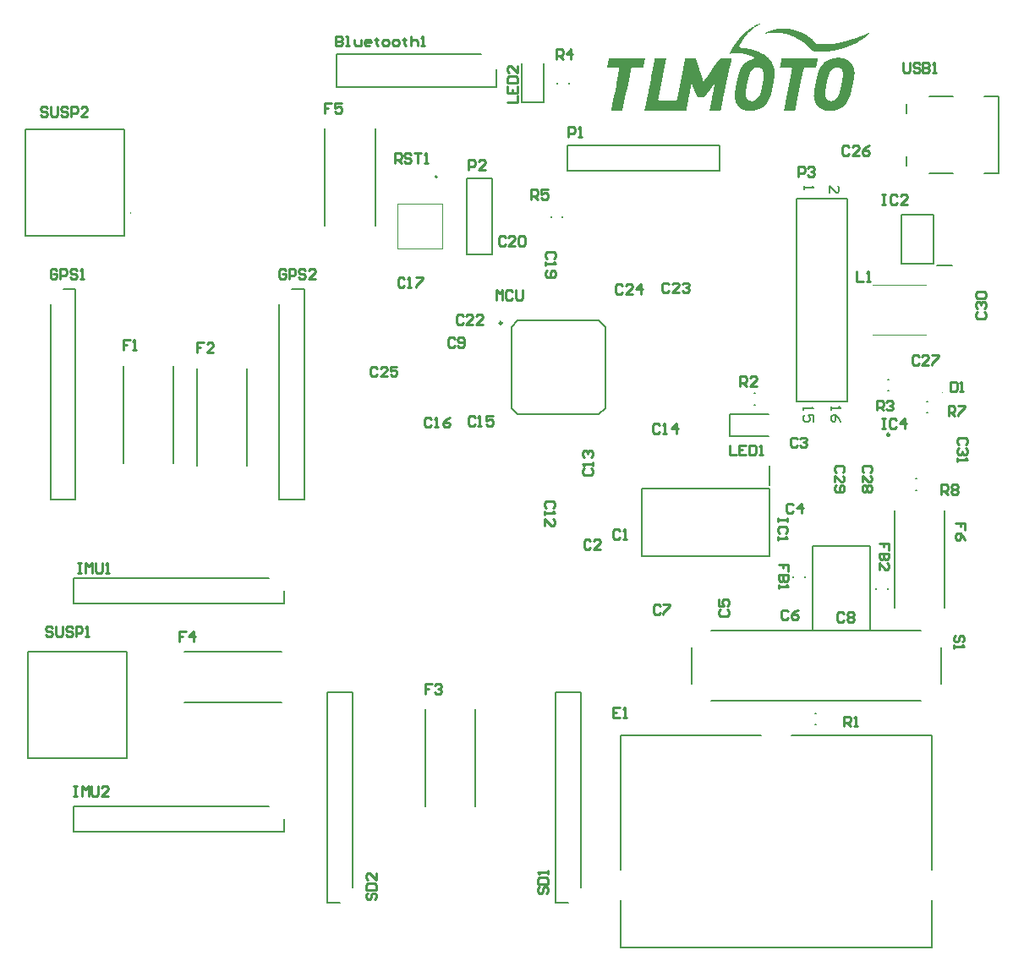
<source format=gto>
G04*
G04 #@! TF.GenerationSoftware,Altium Limited,Altium Designer,19.0.10 (269)*
G04*
G04 Layer_Color=65535*
%FSLAX44Y44*%
%MOMM*%
G71*
G01*
G75*
%ADD10C,0.2500*%
%ADD11C,0.1000*%
%ADD12C,0.2000*%
%ADD13C,0.2032*%
%ADD14C,0.2540*%
G36*
X755923Y908019D02*
Y907606D01*
X759642D01*
Y907193D01*
Y906779D01*
X762122D01*
Y906366D01*
Y905953D01*
X764601D01*
Y905540D01*
Y905127D01*
X766254D01*
Y904713D01*
X766667D01*
Y904300D01*
X767493D01*
Y903887D01*
X768320D01*
Y903474D01*
X769146D01*
Y903061D01*
X769972D01*
Y902647D01*
X770799D01*
Y902234D01*
X771625D01*
Y901821D01*
Y901408D01*
X772865D01*
Y900994D01*
X773278D01*
Y900581D01*
X774105D01*
Y900168D01*
Y899755D01*
X775344D01*
Y899342D01*
Y898929D01*
X776584D01*
Y898515D01*
Y898102D01*
X777823D01*
Y897689D01*
Y897276D01*
Y896862D01*
X778650D01*
Y896449D01*
Y896036D01*
X779476D01*
Y895623D01*
Y895210D01*
X780303D01*
Y894796D01*
Y894383D01*
X781129D01*
Y893970D01*
Y893557D01*
X782369D01*
Y893144D01*
Y892730D01*
X794352D01*
Y893144D01*
X798071D01*
Y893557D01*
X800550D01*
Y893970D01*
X803029D01*
Y894383D01*
X805095D01*
Y894796D01*
X807574D01*
Y895210D01*
X808401D01*
Y895623D01*
X811293D01*
Y896036D01*
X812120D01*
Y896449D01*
X814599D01*
Y896862D01*
Y897276D01*
X817078D01*
Y897689D01*
Y898102D01*
X819971D01*
Y898515D01*
Y898929D01*
X822450D01*
Y899342D01*
Y899755D01*
X824929D01*
Y900168D01*
Y900581D01*
X826582D01*
Y900994D01*
X827408D01*
Y901408D01*
X828235D01*
Y901821D01*
X829474D01*
Y902234D01*
X830301D01*
Y902647D01*
X831540D01*
Y903061D01*
X831954D01*
Y903474D01*
X833193D01*
Y903887D01*
X833606D01*
Y904300D01*
X834846D01*
Y903887D01*
Y903474D01*
X834020D01*
Y903061D01*
Y902647D01*
X833193D01*
Y902234D01*
X832780D01*
Y901821D01*
X832367D01*
Y901408D01*
X831954D01*
Y900994D01*
X831127D01*
Y900581D01*
Y900168D01*
X830714D01*
Y899755D01*
X830301D01*
Y899342D01*
Y898929D01*
X828648D01*
Y898515D01*
Y898102D01*
X827822D01*
Y897689D01*
Y897276D01*
X826582D01*
Y896862D01*
Y896449D01*
X824929D01*
Y896036D01*
Y895623D01*
X824103D01*
Y895210D01*
X823276D01*
Y894796D01*
X822450D01*
Y894383D01*
Y893970D01*
X820797D01*
Y893557D01*
Y893144D01*
X819557D01*
Y892730D01*
X818731D01*
Y892317D01*
X818318D01*
Y891904D01*
X817078D01*
Y891491D01*
Y891077D01*
X814599D01*
Y890664D01*
Y890251D01*
X812946D01*
Y889838D01*
Y889425D01*
X810054D01*
Y889012D01*
Y888598D01*
X807574D01*
Y888185D01*
Y887772D01*
X804269D01*
Y887359D01*
X803855D01*
Y886945D01*
X800550D01*
Y886532D01*
X799723D01*
Y886119D01*
X796004D01*
Y885706D01*
X793525D01*
Y885293D01*
X780716D01*
Y885706D01*
X779063D01*
Y886119D01*
X776997D01*
Y886532D01*
Y886945D01*
X776171D01*
Y887359D01*
Y887772D01*
X775344D01*
Y888185D01*
Y888598D01*
X774518D01*
Y889012D01*
Y889425D01*
X773691D01*
Y889838D01*
Y890251D01*
X772865D01*
Y890664D01*
Y891077D01*
X772038D01*
Y891491D01*
Y891904D01*
X771212D01*
Y892317D01*
X770799D01*
Y892730D01*
Y893144D01*
X769972D01*
Y893557D01*
Y893970D01*
X769146D01*
Y894383D01*
Y894796D01*
X767906D01*
Y895210D01*
X767493D01*
Y895623D01*
X766667D01*
Y896036D01*
Y896449D01*
X765427D01*
Y896862D01*
Y897276D01*
X763774D01*
Y897689D01*
Y898102D01*
X762122D01*
Y898515D01*
Y898929D01*
X761295D01*
Y899342D01*
Y899755D01*
X760055D01*
Y900168D01*
X759229D01*
Y900581D01*
X758403D01*
Y900994D01*
X757163D01*
Y901408D01*
X756750D01*
Y901821D01*
X755097D01*
Y902234D01*
X754271D01*
Y902647D01*
X752205D01*
Y903061D01*
X751791D01*
Y903474D01*
X748072D01*
Y903887D01*
Y904300D01*
X732371D01*
Y903887D01*
Y903474D01*
X730304D01*
Y903887D01*
Y904300D01*
X731544D01*
Y904713D01*
Y905127D01*
X733197D01*
Y905540D01*
Y905953D01*
X735676D01*
Y906366D01*
Y906779D01*
X738569D01*
Y907193D01*
Y907606D01*
X741874D01*
Y908019D01*
X743114D01*
Y908432D01*
X753857D01*
Y908019D01*
X755097D01*
Y908432D01*
X755923D01*
Y908019D01*
D02*
G37*
G36*
X696422Y878268D02*
Y877855D01*
Y877442D01*
Y877029D01*
Y876615D01*
Y876202D01*
Y875789D01*
Y875376D01*
Y874962D01*
Y874549D01*
X695595D01*
Y874136D01*
Y873723D01*
Y873310D01*
Y872896D01*
Y872483D01*
Y872070D01*
Y871657D01*
Y871244D01*
X695182D01*
Y870830D01*
Y870417D01*
Y870004D01*
X694769D01*
Y869591D01*
Y869178D01*
Y868764D01*
Y868351D01*
X694355D01*
Y867938D01*
Y867525D01*
Y867112D01*
Y866698D01*
Y866285D01*
Y865872D01*
X693942D01*
Y865459D01*
Y865045D01*
Y864632D01*
X693529D01*
Y864219D01*
Y863806D01*
Y863393D01*
Y862979D01*
Y862566D01*
Y862153D01*
Y861740D01*
Y861327D01*
X693116D01*
Y860913D01*
Y860500D01*
X692703D01*
Y860087D01*
Y859674D01*
Y859261D01*
Y858847D01*
Y858434D01*
Y858021D01*
Y857608D01*
Y857195D01*
X692289D01*
Y856781D01*
X691876D01*
Y856368D01*
Y855955D01*
Y855542D01*
Y855128D01*
Y854715D01*
Y854302D01*
Y853889D01*
Y853476D01*
Y853062D01*
Y852649D01*
X691050D01*
Y852236D01*
Y851823D01*
Y851410D01*
Y850996D01*
Y850583D01*
Y850170D01*
Y849757D01*
Y849344D01*
Y848930D01*
Y848517D01*
X690637D01*
Y848104D01*
X690223D01*
Y847691D01*
Y847278D01*
Y846864D01*
Y846451D01*
Y846038D01*
Y845625D01*
Y845211D01*
Y844798D01*
Y844385D01*
Y843972D01*
X689397D01*
Y843559D01*
Y843146D01*
Y842732D01*
Y842319D01*
Y841906D01*
Y841493D01*
Y841079D01*
Y840666D01*
Y840253D01*
Y839840D01*
X688984D01*
Y840253D01*
X688571D01*
Y839840D01*
X688984D01*
Y839427D01*
X688571D01*
Y839013D01*
Y838600D01*
Y838187D01*
Y837774D01*
Y837361D01*
Y836947D01*
Y836534D01*
Y836121D01*
X688157D01*
Y835708D01*
X687744D01*
Y835294D01*
Y834881D01*
Y834468D01*
Y834055D01*
Y833642D01*
Y833229D01*
X687331D01*
Y832815D01*
Y832402D01*
Y831989D01*
Y831576D01*
X686918D01*
Y831162D01*
Y830749D01*
Y830336D01*
Y829923D01*
X686505D01*
Y829510D01*
Y829096D01*
Y828683D01*
Y828270D01*
Y827857D01*
Y827444D01*
Y827030D01*
X686091D01*
Y826617D01*
X674521D01*
Y827030D01*
Y827444D01*
X674935D01*
Y827857D01*
X675348D01*
Y828270D01*
Y828683D01*
Y829096D01*
Y829510D01*
Y829923D01*
Y830336D01*
Y830749D01*
X675761D01*
Y831162D01*
Y831576D01*
Y831989D01*
Y832402D01*
X676174D01*
Y832815D01*
Y833229D01*
Y833642D01*
X676588D01*
Y834055D01*
Y834468D01*
Y834881D01*
Y835294D01*
Y835708D01*
Y836121D01*
Y836534D01*
X677001D01*
Y836947D01*
Y837361D01*
X677414D01*
Y837774D01*
Y838187D01*
Y838600D01*
Y839013D01*
Y839427D01*
Y839840D01*
Y840253D01*
Y840666D01*
Y841079D01*
X678240D01*
Y841493D01*
Y841906D01*
Y842319D01*
Y842732D01*
Y843146D01*
Y843559D01*
Y843972D01*
Y844385D01*
Y844798D01*
Y845211D01*
X678654D01*
Y845625D01*
X679067D01*
Y846038D01*
Y846451D01*
Y846864D01*
Y847278D01*
Y847691D01*
Y848104D01*
Y848517D01*
Y848930D01*
Y849344D01*
Y849757D01*
X679893D01*
Y850170D01*
Y850583D01*
Y850996D01*
Y851410D01*
Y851823D01*
Y852236D01*
X679480D01*
Y852649D01*
X679067D01*
Y852236D01*
Y851823D01*
X677827D01*
Y851410D01*
Y850996D01*
Y850583D01*
X677414D01*
Y850170D01*
X677001D01*
Y849757D01*
Y849344D01*
X676174D01*
Y848930D01*
Y848517D01*
Y848104D01*
X675348D01*
Y847691D01*
Y847278D01*
Y846864D01*
Y846451D01*
X674521D01*
Y846038D01*
Y845625D01*
X673695D01*
Y845211D01*
Y844798D01*
X672869D01*
Y844385D01*
Y843972D01*
X672455D01*
Y843559D01*
Y843146D01*
X672042D01*
Y842732D01*
X671629D01*
Y842319D01*
X671216D01*
Y841906D01*
X670803D01*
Y841493D01*
Y841079D01*
X670389D01*
Y840666D01*
X669976D01*
Y840253D01*
Y839840D01*
Y839427D01*
X662539D01*
Y839840D01*
Y840253D01*
X662125D01*
Y840666D01*
X661712D01*
Y841079D01*
Y841493D01*
Y841906D01*
Y842319D01*
X661299D01*
Y842732D01*
Y843146D01*
X660886D01*
Y843559D01*
Y843972D01*
X660472D01*
Y844385D01*
Y844798D01*
Y845211D01*
Y845625D01*
X659646D01*
Y846038D01*
Y846451D01*
Y846864D01*
Y847278D01*
Y847691D01*
Y848104D01*
X658820D01*
Y848517D01*
Y848930D01*
Y849344D01*
Y849757D01*
Y850170D01*
X657993D01*
Y850583D01*
Y850996D01*
Y851410D01*
Y851823D01*
X657580D01*
Y852236D01*
X656340D01*
Y851823D01*
X655927D01*
Y851410D01*
Y850996D01*
Y850583D01*
Y850170D01*
Y849757D01*
Y849344D01*
Y848930D01*
Y848517D01*
Y848104D01*
X655514D01*
Y847691D01*
Y847278D01*
X655101D01*
Y846864D01*
Y846451D01*
Y846038D01*
Y845625D01*
Y845211D01*
Y844798D01*
Y844385D01*
Y843972D01*
Y843559D01*
X654688D01*
Y843146D01*
X654274D01*
Y842732D01*
Y842319D01*
Y841906D01*
Y841493D01*
Y841079D01*
Y840666D01*
Y840253D01*
Y839840D01*
Y839427D01*
X653448D01*
Y839013D01*
Y838600D01*
Y838187D01*
Y837774D01*
Y837361D01*
Y836947D01*
Y836534D01*
Y836121D01*
Y835708D01*
Y835294D01*
Y834881D01*
X652622D01*
Y834468D01*
Y834055D01*
Y833642D01*
Y833229D01*
Y832815D01*
Y832402D01*
Y831989D01*
Y831576D01*
Y831162D01*
Y830749D01*
X651795D01*
Y830336D01*
Y829923D01*
Y829510D01*
Y829096D01*
Y828683D01*
Y828270D01*
Y827857D01*
Y827444D01*
Y827030D01*
Y826617D01*
X609648D01*
Y827030D01*
Y827444D01*
Y827857D01*
X610061D01*
Y828270D01*
Y828683D01*
Y829096D01*
Y829510D01*
Y829923D01*
X610474D01*
Y830336D01*
Y830749D01*
Y831162D01*
Y831576D01*
X610888D01*
Y831989D01*
Y832402D01*
Y832815D01*
Y833229D01*
Y833642D01*
Y834055D01*
Y834468D01*
X611301D01*
Y834881D01*
Y835294D01*
X611714D01*
Y835708D01*
Y836121D01*
Y836534D01*
Y836947D01*
Y837361D01*
Y837774D01*
Y838187D01*
Y838600D01*
Y839013D01*
X612127D01*
Y839427D01*
X612540D01*
Y839840D01*
Y840253D01*
Y840666D01*
Y841079D01*
Y841493D01*
Y841906D01*
Y842319D01*
Y842732D01*
Y843146D01*
X612954D01*
Y843559D01*
X613367D01*
Y843972D01*
Y844385D01*
Y844798D01*
Y845211D01*
Y845625D01*
Y846038D01*
Y846451D01*
Y846864D01*
Y847278D01*
X613780D01*
Y847691D01*
Y848104D01*
X614193D01*
Y848517D01*
Y848930D01*
Y849344D01*
Y849757D01*
Y850170D01*
Y850583D01*
Y850996D01*
Y851410D01*
Y851823D01*
X615020D01*
Y852236D01*
Y852649D01*
Y853062D01*
Y853476D01*
Y853889D01*
Y854302D01*
Y854715D01*
Y855128D01*
Y855542D01*
Y855955D01*
X615846D01*
Y856368D01*
Y856781D01*
Y857195D01*
Y857608D01*
Y858021D01*
Y858434D01*
Y858847D01*
Y859261D01*
Y859674D01*
Y860087D01*
X616259D01*
Y860500D01*
X616672D01*
Y860913D01*
Y861327D01*
Y861740D01*
Y862153D01*
Y862566D01*
Y862979D01*
X617086D01*
Y863393D01*
Y863806D01*
Y864219D01*
Y864632D01*
Y865045D01*
X617499D01*
Y865459D01*
Y865872D01*
Y866285D01*
X617912D01*
Y866698D01*
Y867112D01*
Y867525D01*
Y867938D01*
Y868351D01*
Y868764D01*
Y869178D01*
X618325D01*
Y869591D01*
Y870004D01*
X618739D01*
Y870417D01*
Y870830D01*
Y871244D01*
Y871657D01*
Y872070D01*
Y872483D01*
Y872896D01*
Y873310D01*
Y873723D01*
X619152D01*
Y874136D01*
X619565D01*
Y874549D01*
Y874962D01*
Y875376D01*
Y875789D01*
Y876202D01*
Y876615D01*
Y877029D01*
Y877442D01*
Y877855D01*
Y878268D01*
X619978D01*
Y878681D01*
X631548D01*
Y878268D01*
Y877855D01*
Y877442D01*
Y877029D01*
X630722D01*
Y876615D01*
Y876202D01*
Y875789D01*
Y875376D01*
Y874962D01*
Y874549D01*
Y874136D01*
Y873723D01*
Y873310D01*
Y872896D01*
X629895D01*
Y872483D01*
Y872070D01*
Y871657D01*
Y871244D01*
Y870830D01*
Y870417D01*
Y870004D01*
Y869591D01*
Y869178D01*
Y868764D01*
Y868351D01*
X629069D01*
Y867938D01*
Y867525D01*
Y867112D01*
Y866698D01*
Y866285D01*
Y865872D01*
Y865459D01*
Y865045D01*
X628656D01*
Y864632D01*
Y864219D01*
X628242D01*
Y863806D01*
Y863393D01*
Y862979D01*
Y862566D01*
Y862153D01*
X627829D01*
Y861740D01*
Y861327D01*
Y860913D01*
Y860500D01*
Y860087D01*
Y859674D01*
X627416D01*
Y859261D01*
Y858847D01*
X627003D01*
Y858434D01*
Y858021D01*
Y857608D01*
Y857195D01*
Y856781D01*
Y856368D01*
Y855955D01*
Y855542D01*
Y855128D01*
X626589D01*
Y854715D01*
Y854302D01*
X626176D01*
Y853889D01*
Y853476D01*
Y853062D01*
Y852649D01*
Y852236D01*
Y851823D01*
Y851410D01*
Y850996D01*
X625763D01*
Y850583D01*
X625350D01*
Y850170D01*
Y849757D01*
Y849344D01*
Y848930D01*
Y848517D01*
Y848104D01*
Y847691D01*
Y847278D01*
Y846864D01*
Y846451D01*
X624523D01*
Y846038D01*
Y845625D01*
Y845211D01*
Y844798D01*
Y844385D01*
Y843972D01*
Y843559D01*
Y843146D01*
Y842732D01*
Y842319D01*
X624110D01*
Y841906D01*
X623697D01*
Y841493D01*
Y841079D01*
Y840666D01*
Y840253D01*
Y839840D01*
Y839427D01*
Y839013D01*
Y838600D01*
Y838187D01*
Y837774D01*
X622871D01*
Y837361D01*
Y836947D01*
X623697D01*
Y836534D01*
X641465D01*
Y836947D01*
X642291D01*
Y837361D01*
Y837774D01*
Y838187D01*
Y838600D01*
Y839013D01*
Y839427D01*
Y839840D01*
Y840253D01*
X643118D01*
Y840666D01*
Y841079D01*
Y841493D01*
Y841906D01*
Y842319D01*
Y842732D01*
Y843146D01*
Y843559D01*
Y843972D01*
Y844385D01*
X643531D01*
Y844798D01*
X643944D01*
Y845211D01*
Y845625D01*
Y846038D01*
Y846451D01*
Y846864D01*
Y847278D01*
Y847691D01*
Y848104D01*
Y848517D01*
Y848930D01*
X644771D01*
Y849344D01*
Y849757D01*
Y850170D01*
Y850583D01*
Y850996D01*
Y851410D01*
Y851823D01*
Y852236D01*
Y852649D01*
Y853062D01*
Y853476D01*
X645597D01*
Y853889D01*
Y854302D01*
Y854715D01*
Y855128D01*
Y855542D01*
Y855955D01*
Y856368D01*
Y856781D01*
X646010D01*
Y857195D01*
Y857608D01*
X646423D01*
Y858021D01*
Y858434D01*
Y858847D01*
Y859261D01*
X646837D01*
Y859674D01*
Y860087D01*
Y860500D01*
Y860913D01*
Y861327D01*
Y861740D01*
Y862153D01*
X647250D01*
Y862566D01*
Y862979D01*
X647663D01*
Y863393D01*
Y863806D01*
Y864219D01*
Y864632D01*
Y865045D01*
Y865459D01*
Y865872D01*
Y866285D01*
X648076D01*
Y866698D01*
X648489D01*
Y867112D01*
Y867525D01*
Y867938D01*
Y868351D01*
Y868764D01*
Y869178D01*
Y869591D01*
Y870004D01*
Y870417D01*
Y870830D01*
X649316D01*
Y871244D01*
Y871657D01*
Y872070D01*
Y872483D01*
Y872896D01*
Y873310D01*
Y873723D01*
Y874136D01*
Y874549D01*
Y874962D01*
X649729D01*
Y875376D01*
X650142D01*
Y875789D01*
Y876202D01*
Y876615D01*
Y877029D01*
Y877442D01*
Y877855D01*
Y878268D01*
Y878681D01*
X661299D01*
Y878268D01*
Y877855D01*
Y877442D01*
X661712D01*
Y877029D01*
X662125D01*
Y876615D01*
Y876202D01*
Y875789D01*
Y875376D01*
Y874962D01*
Y874549D01*
X662952D01*
Y874136D01*
Y873723D01*
Y873310D01*
Y872896D01*
Y872483D01*
Y872070D01*
Y871657D01*
X663365D01*
Y871244D01*
X663778D01*
Y870830D01*
Y870417D01*
Y870004D01*
Y869591D01*
Y869178D01*
X664191D01*
Y868764D01*
Y868351D01*
X664604D01*
Y867938D01*
Y867525D01*
Y867112D01*
Y866698D01*
Y866285D01*
X665018D01*
Y865872D01*
Y865459D01*
X665431D01*
Y865045D01*
Y864632D01*
Y864219D01*
X665844D01*
Y863806D01*
Y863393D01*
Y862979D01*
Y862566D01*
Y862153D01*
X666671D01*
Y861740D01*
Y861327D01*
Y860913D01*
Y860500D01*
Y860087D01*
Y859674D01*
Y859261D01*
X667497D01*
Y858847D01*
Y858434D01*
Y858021D01*
Y857608D01*
Y857195D01*
Y856781D01*
Y856368D01*
Y855955D01*
X669563D01*
Y856368D01*
Y856781D01*
X669976D01*
Y857195D01*
X670389D01*
Y857608D01*
Y858021D01*
X670803D01*
Y858434D01*
X671216D01*
Y858847D01*
Y859261D01*
X671629D01*
Y859674D01*
X672042D01*
Y860087D01*
Y860500D01*
X672869D01*
Y860913D01*
Y861327D01*
Y861740D01*
Y862153D01*
X673695D01*
Y862566D01*
Y862979D01*
X674521D01*
Y863393D01*
Y863806D01*
Y864219D01*
X675348D01*
Y864632D01*
Y865045D01*
X675761D01*
Y865459D01*
X676174D01*
Y865872D01*
X676588D01*
Y866285D01*
Y866698D01*
X677001D01*
Y867112D01*
X677414D01*
Y867525D01*
Y867938D01*
Y868351D01*
X678240D01*
Y868764D01*
Y869178D01*
X679067D01*
Y869591D01*
Y870004D01*
Y870417D01*
Y870830D01*
X679893D01*
Y871244D01*
Y871657D01*
X680720D01*
Y872070D01*
Y872483D01*
Y872896D01*
X681546D01*
Y873310D01*
Y873723D01*
Y874136D01*
X682372D01*
Y874549D01*
Y874962D01*
Y875376D01*
X683199D01*
Y875789D01*
Y876202D01*
X683612D01*
Y876615D01*
Y877029D01*
X684438D01*
Y877442D01*
Y877855D01*
X685265D01*
Y878268D01*
Y878681D01*
X696422D01*
Y878268D01*
D02*
G37*
G36*
X783195D02*
Y877855D01*
X782782D01*
Y877442D01*
Y877029D01*
Y876615D01*
Y876202D01*
Y875789D01*
Y875376D01*
X782369D01*
Y874962D01*
Y874549D01*
X781955D01*
Y874136D01*
Y873723D01*
Y873310D01*
Y872896D01*
Y872483D01*
Y872070D01*
Y871657D01*
Y871244D01*
X781542D01*
Y870830D01*
Y870417D01*
X781129D01*
Y870004D01*
Y869591D01*
Y869178D01*
X769146D01*
Y868764D01*
Y868351D01*
Y867938D01*
X768733D01*
Y867525D01*
Y867112D01*
Y866698D01*
X768320D01*
Y866285D01*
Y865872D01*
Y865459D01*
Y865045D01*
X767906D01*
Y864632D01*
Y864219D01*
Y863806D01*
Y863393D01*
Y862979D01*
Y862566D01*
Y862153D01*
X767493D01*
Y861740D01*
Y861327D01*
X767080D01*
Y860913D01*
Y860500D01*
Y860087D01*
Y859674D01*
Y859261D01*
Y858847D01*
Y858434D01*
Y858021D01*
X766667D01*
Y857608D01*
Y857195D01*
X766254D01*
Y856781D01*
Y856368D01*
Y855955D01*
Y855542D01*
Y855128D01*
Y854715D01*
Y854302D01*
Y853889D01*
Y853476D01*
X765427D01*
Y853062D01*
Y852649D01*
Y852236D01*
Y851823D01*
Y851410D01*
Y850996D01*
Y850583D01*
Y850170D01*
Y849757D01*
Y849344D01*
X765014D01*
Y848930D01*
X764601D01*
Y848517D01*
Y848104D01*
Y847691D01*
Y847278D01*
Y846864D01*
Y846451D01*
Y846038D01*
Y845625D01*
Y845211D01*
Y844798D01*
X763774D01*
Y844385D01*
Y843972D01*
Y843559D01*
Y843146D01*
Y842732D01*
Y842319D01*
Y841906D01*
Y841493D01*
Y841079D01*
Y840666D01*
Y840253D01*
X762948D01*
Y839840D01*
Y839427D01*
Y839013D01*
Y838600D01*
Y838187D01*
Y837774D01*
Y837361D01*
Y836947D01*
Y836534D01*
Y836121D01*
X762122D01*
Y835708D01*
Y835294D01*
Y834881D01*
Y834468D01*
Y834055D01*
Y833642D01*
Y833229D01*
Y832815D01*
Y832402D01*
X761708D01*
Y831989D01*
Y831576D01*
X761295D01*
Y831162D01*
Y830749D01*
Y830336D01*
Y829923D01*
X760882D01*
Y829510D01*
Y829096D01*
Y828683D01*
Y828270D01*
Y827857D01*
Y827444D01*
X760469D01*
Y827030D01*
Y826617D01*
X748899D01*
Y827030D01*
Y827444D01*
X749312D01*
Y827857D01*
Y828270D01*
X749725D01*
Y828683D01*
Y829096D01*
Y829510D01*
Y829923D01*
X750138D01*
Y830336D01*
Y830749D01*
Y831162D01*
Y831576D01*
Y831989D01*
Y832402D01*
X750552D01*
Y832815D01*
Y833229D01*
Y833642D01*
X750965D01*
Y834055D01*
Y834468D01*
Y834881D01*
Y835294D01*
Y835708D01*
Y836121D01*
Y836534D01*
Y836947D01*
X751378D01*
Y837361D01*
Y837774D01*
X751791D01*
Y838187D01*
Y838600D01*
Y839013D01*
Y839427D01*
Y839840D01*
Y840253D01*
Y840666D01*
Y841079D01*
X752205D01*
Y841493D01*
Y841906D01*
X752618D01*
Y842319D01*
Y842732D01*
Y843146D01*
Y843559D01*
Y843972D01*
Y844385D01*
Y844798D01*
Y845211D01*
Y845625D01*
X753444D01*
Y846038D01*
Y846451D01*
Y846864D01*
Y847278D01*
Y847691D01*
Y848104D01*
Y848517D01*
Y848930D01*
Y849344D01*
Y849757D01*
X753857D01*
Y850170D01*
X754271D01*
Y850583D01*
Y850996D01*
Y851410D01*
Y851823D01*
Y852236D01*
Y852649D01*
Y853062D01*
Y853476D01*
Y853889D01*
Y854302D01*
X755097D01*
Y854715D01*
Y855128D01*
Y855542D01*
Y855955D01*
Y856368D01*
Y856781D01*
Y857195D01*
Y857608D01*
Y858021D01*
Y858434D01*
Y858847D01*
X755923D01*
Y859261D01*
Y859674D01*
Y860087D01*
Y860500D01*
Y860913D01*
Y861327D01*
Y861740D01*
Y862153D01*
Y862566D01*
X756337D01*
Y862979D01*
X756750D01*
Y863393D01*
Y863806D01*
Y864219D01*
Y864632D01*
Y865045D01*
Y865459D01*
X757163D01*
Y865872D01*
Y866285D01*
Y866698D01*
Y867112D01*
Y867525D01*
X757576D01*
Y867938D01*
Y868351D01*
X756750D01*
Y868764D01*
Y869178D01*
X744767D01*
Y869591D01*
Y870004D01*
X745593D01*
Y870417D01*
Y870830D01*
Y871244D01*
Y871657D01*
Y872070D01*
Y872483D01*
Y872896D01*
Y873310D01*
Y873723D01*
Y874136D01*
X746006D01*
Y874549D01*
X746420D01*
Y874962D01*
Y875376D01*
Y875789D01*
Y876202D01*
Y876615D01*
Y877029D01*
Y877442D01*
Y877855D01*
Y878268D01*
Y878681D01*
X783195D01*
Y878268D01*
D02*
G37*
G36*
X610474D02*
Y877855D01*
Y877442D01*
Y877029D01*
X609648D01*
Y876615D01*
Y876202D01*
Y875789D01*
Y875376D01*
Y874962D01*
Y874549D01*
Y874136D01*
Y873723D01*
Y873310D01*
Y872896D01*
X608821D01*
Y872483D01*
Y872070D01*
Y871657D01*
Y871244D01*
Y870830D01*
Y870417D01*
Y870004D01*
Y869591D01*
Y869178D01*
X596838D01*
Y868764D01*
Y868351D01*
X595599D01*
Y867938D01*
Y867525D01*
Y867112D01*
Y866698D01*
Y866285D01*
Y865872D01*
Y865459D01*
Y865045D01*
Y864632D01*
Y864219D01*
X595186D01*
Y863806D01*
X594772D01*
Y863393D01*
Y862979D01*
Y862566D01*
Y862153D01*
Y861740D01*
Y861327D01*
Y860913D01*
Y860500D01*
Y860087D01*
Y859674D01*
X593946D01*
Y859261D01*
Y858847D01*
Y858434D01*
Y858021D01*
Y857608D01*
Y857195D01*
Y856781D01*
Y856368D01*
Y855955D01*
Y855542D01*
Y855128D01*
X593120D01*
Y854715D01*
Y854302D01*
Y853889D01*
Y853476D01*
Y853062D01*
Y852649D01*
Y852236D01*
Y851823D01*
Y851410D01*
Y850996D01*
X592293D01*
Y850583D01*
Y850170D01*
Y849757D01*
Y849344D01*
Y848930D01*
Y848517D01*
Y848104D01*
Y847691D01*
Y847278D01*
X591880D01*
Y846864D01*
Y846451D01*
X591467D01*
Y846038D01*
Y845625D01*
Y845211D01*
Y844798D01*
X591054D01*
Y844385D01*
Y843972D01*
Y843559D01*
Y843146D01*
Y842732D01*
Y842319D01*
X590640D01*
Y841906D01*
Y841493D01*
Y841079D01*
X590227D01*
Y840666D01*
Y840253D01*
Y839840D01*
Y839427D01*
Y839013D01*
Y838600D01*
Y838187D01*
X589814D01*
Y837774D01*
Y837361D01*
X589401D01*
Y836947D01*
Y836534D01*
Y836121D01*
Y835708D01*
Y835294D01*
Y834881D01*
Y834468D01*
Y834055D01*
X588988D01*
Y833642D01*
Y833229D01*
X588574D01*
Y832815D01*
Y832402D01*
Y831989D01*
Y831576D01*
Y831162D01*
Y830749D01*
Y830336D01*
Y829923D01*
Y829510D01*
X588161D01*
Y829096D01*
X587748D01*
Y828683D01*
Y828270D01*
Y827857D01*
Y827444D01*
Y827030D01*
Y826617D01*
X576591D01*
Y827030D01*
Y827444D01*
Y827857D01*
Y828270D01*
Y828683D01*
Y829096D01*
Y829510D01*
Y829923D01*
X577418D01*
Y830336D01*
Y830749D01*
Y831162D01*
Y831576D01*
Y831989D01*
Y832402D01*
Y832815D01*
Y833229D01*
Y833642D01*
Y834055D01*
Y834468D01*
X578244D01*
Y834881D01*
Y835294D01*
Y835708D01*
Y836121D01*
Y836534D01*
Y836947D01*
Y837361D01*
Y837774D01*
Y838187D01*
Y838600D01*
X579071D01*
Y839013D01*
Y839427D01*
Y839840D01*
Y840253D01*
Y840666D01*
Y841079D01*
Y841493D01*
Y841906D01*
Y842319D01*
X579484D01*
Y842732D01*
Y843146D01*
X579897D01*
Y843559D01*
Y843972D01*
Y844385D01*
Y844798D01*
Y845211D01*
X580310D01*
Y845625D01*
Y846038D01*
Y846451D01*
Y846864D01*
Y847278D01*
X580723D01*
Y847691D01*
Y848104D01*
Y848517D01*
Y848930D01*
X581137D01*
Y849344D01*
Y849757D01*
Y850170D01*
Y850583D01*
Y850996D01*
Y851410D01*
Y851823D01*
X581550D01*
Y852236D01*
Y852649D01*
X581963D01*
Y853062D01*
Y853476D01*
Y853889D01*
Y854302D01*
Y854715D01*
Y855128D01*
Y855542D01*
Y855955D01*
X582376D01*
Y856368D01*
Y856781D01*
X582789D01*
Y857195D01*
Y857608D01*
Y858021D01*
Y858434D01*
Y858847D01*
Y859261D01*
Y859674D01*
Y860087D01*
Y860500D01*
X583203D01*
Y860913D01*
Y861327D01*
X583616D01*
Y861740D01*
Y862153D01*
Y862566D01*
Y862979D01*
Y863393D01*
Y863806D01*
Y864219D01*
Y864632D01*
Y865045D01*
X584442D01*
Y865459D01*
Y865872D01*
Y866285D01*
Y866698D01*
Y867112D01*
Y867525D01*
Y867938D01*
Y868351D01*
Y868764D01*
Y869178D01*
X572046D01*
Y869591D01*
Y870004D01*
Y870417D01*
Y870830D01*
X572459D01*
Y871244D01*
Y871657D01*
X572872D01*
Y872070D01*
Y872483D01*
Y872896D01*
Y873310D01*
X573286D01*
Y873723D01*
Y874136D01*
Y874549D01*
Y874962D01*
Y875376D01*
Y875789D01*
Y876202D01*
X573699D01*
Y876615D01*
Y877029D01*
X574112D01*
Y877442D01*
Y877855D01*
Y878268D01*
Y878681D01*
X610474D01*
Y878268D01*
D02*
G37*
G36*
X805921Y879094D02*
X806748D01*
Y878681D01*
X810054D01*
Y878268D01*
Y877855D01*
X812120D01*
Y877442D01*
Y877029D01*
X813772D01*
Y876615D01*
Y876202D01*
X814599D01*
Y875789D01*
Y875376D01*
X815425D01*
Y874962D01*
Y874549D01*
X816252D01*
Y874136D01*
Y873723D01*
X817078D01*
Y873310D01*
Y872896D01*
Y872483D01*
X817905D01*
Y872070D01*
Y871657D01*
Y871244D01*
X818318D01*
Y870830D01*
X818731D01*
Y870417D01*
Y870004D01*
Y869591D01*
Y869178D01*
X819144D01*
Y868764D01*
Y868351D01*
X819557D01*
Y867938D01*
Y867525D01*
Y867112D01*
Y866698D01*
Y866285D01*
Y865872D01*
Y865459D01*
X819971D01*
Y865045D01*
Y864632D01*
Y864219D01*
Y863806D01*
Y863393D01*
Y862979D01*
X819557D01*
Y862566D01*
Y862153D01*
Y861740D01*
Y861327D01*
Y860913D01*
Y860500D01*
Y860087D01*
Y859674D01*
Y859261D01*
Y858847D01*
Y858434D01*
X819144D01*
Y858021D01*
Y857608D01*
Y857195D01*
Y856781D01*
X818731D01*
Y856368D01*
Y855955D01*
Y855542D01*
Y855128D01*
Y854715D01*
Y854302D01*
Y853889D01*
Y853476D01*
X818318D01*
Y853062D01*
Y852649D01*
X817905D01*
Y852236D01*
Y851823D01*
Y851410D01*
Y850996D01*
Y850583D01*
Y850170D01*
Y849757D01*
Y849344D01*
Y848930D01*
X817078D01*
Y848517D01*
Y848104D01*
Y847691D01*
Y847278D01*
Y846864D01*
Y846451D01*
Y846038D01*
Y845625D01*
X816665D01*
Y845211D01*
Y844798D01*
X816252D01*
Y844385D01*
Y843972D01*
Y843559D01*
Y843146D01*
Y842732D01*
Y842319D01*
Y841906D01*
X815425D01*
Y841493D01*
Y841079D01*
Y840666D01*
Y840253D01*
Y839840D01*
Y839427D01*
X814599D01*
Y839013D01*
Y838600D01*
Y838187D01*
Y837774D01*
X813772D01*
Y837361D01*
Y836947D01*
Y836534D01*
Y836121D01*
X812946D01*
Y835708D01*
Y835294D01*
X812533D01*
Y834881D01*
Y834468D01*
X812120D01*
Y834055D01*
X811706D01*
Y833642D01*
Y833229D01*
X810880D01*
Y832815D01*
Y832402D01*
X810054D01*
Y831989D01*
Y831576D01*
X809227D01*
Y831162D01*
Y830749D01*
X808401D01*
Y830336D01*
Y829923D01*
X806748D01*
Y829510D01*
Y829096D01*
X805508D01*
Y828683D01*
X805095D01*
Y828270D01*
X803855D01*
Y827857D01*
X803029D01*
Y827444D01*
X801376D01*
Y827030D01*
X800550D01*
Y826617D01*
X798071D01*
Y826204D01*
X792699D01*
Y826617D01*
X790220D01*
Y827030D01*
X789393D01*
Y827444D01*
X787740D01*
Y827857D01*
X787327D01*
Y828270D01*
X786088D01*
Y828683D01*
X785674D01*
Y829096D01*
X784848D01*
Y829510D01*
Y829923D01*
X784022D01*
Y830336D01*
Y830749D01*
X783195D01*
Y831162D01*
Y831576D01*
X782369D01*
Y831989D01*
Y832402D01*
X781542D01*
Y832815D01*
Y833229D01*
Y833642D01*
X781129D01*
Y834055D01*
X780716D01*
Y834468D01*
Y834881D01*
Y835294D01*
X780303D01*
Y835708D01*
Y836121D01*
X779889D01*
Y836534D01*
Y836947D01*
Y837361D01*
Y837774D01*
X779476D01*
Y838187D01*
Y838600D01*
Y839013D01*
Y839427D01*
Y839840D01*
Y840253D01*
Y840666D01*
X779063D01*
Y841079D01*
Y841493D01*
Y841906D01*
X779476D01*
Y842319D01*
Y842732D01*
Y843146D01*
Y843559D01*
Y843972D01*
Y844385D01*
Y844798D01*
Y845211D01*
Y845625D01*
X779889D01*
Y846038D01*
Y846451D01*
Y846864D01*
Y847278D01*
Y847691D01*
Y848104D01*
Y848517D01*
Y848930D01*
X780303D01*
Y849344D01*
Y849757D01*
Y850170D01*
X780716D01*
Y850583D01*
Y850996D01*
Y851410D01*
Y851823D01*
Y852236D01*
Y852649D01*
Y853062D01*
Y853476D01*
X781129D01*
Y853889D01*
Y854302D01*
X781542D01*
Y854715D01*
Y855128D01*
Y855542D01*
Y855955D01*
Y856368D01*
Y856781D01*
Y857195D01*
Y857608D01*
X781955D01*
Y858021D01*
X782369D01*
Y858434D01*
Y858847D01*
Y859261D01*
Y859674D01*
Y860087D01*
Y860500D01*
Y860913D01*
Y861327D01*
X783195D01*
Y861740D01*
Y862153D01*
Y862566D01*
Y862979D01*
Y863393D01*
Y863806D01*
Y864219D01*
X783608D01*
Y864632D01*
X784022D01*
Y865045D01*
Y865459D01*
Y865872D01*
Y866285D01*
Y866698D01*
X784848D01*
Y867112D01*
Y867525D01*
Y867938D01*
Y868351D01*
X785674D01*
Y868764D01*
Y869178D01*
Y869591D01*
Y870004D01*
X786501D01*
Y870417D01*
Y870830D01*
X786914D01*
Y871244D01*
X787327D01*
Y871657D01*
X787740D01*
Y872070D01*
Y872483D01*
X788567D01*
Y872896D01*
Y873310D01*
X789393D01*
Y873723D01*
Y874136D01*
X790220D01*
Y874549D01*
Y874962D01*
X791046D01*
Y875376D01*
X791872D01*
Y875789D01*
Y876202D01*
X793112D01*
Y876615D01*
Y877029D01*
X794765D01*
Y877442D01*
X795178D01*
Y877855D01*
X797244D01*
Y878268D01*
Y878681D01*
X801376D01*
Y879094D01*
X801789D01*
Y879508D01*
X805921D01*
Y879094D01*
D02*
G37*
G36*
X725346Y913391D02*
Y912978D01*
X724106D01*
Y912564D01*
Y912151D01*
X722867D01*
Y911738D01*
Y911325D01*
X721627D01*
Y910911D01*
Y910498D01*
X720801D01*
Y910085D01*
X719974D01*
Y909672D01*
X719148D01*
Y909259D01*
Y908846D01*
X718322D01*
Y908432D01*
Y908019D01*
X717495D01*
Y907606D01*
X717082D01*
Y907193D01*
X716669D01*
Y906779D01*
X715842D01*
Y906366D01*
Y905953D01*
X715016D01*
Y905540D01*
Y905127D01*
X713776D01*
Y904713D01*
Y904300D01*
X713363D01*
Y903887D01*
X712950D01*
Y903474D01*
Y903061D01*
X712537D01*
Y902647D01*
X712123D01*
Y902234D01*
Y901821D01*
X711297D01*
Y901408D01*
Y900994D01*
X710471D01*
Y900581D01*
Y900168D01*
X710057D01*
Y899755D01*
X709644D01*
Y899342D01*
Y898929D01*
X709231D01*
Y898515D01*
Y898102D01*
X708404D01*
Y897689D01*
Y897276D01*
X707578D01*
Y896862D01*
Y896449D01*
Y896036D01*
Y895623D01*
X706752D01*
Y895210D01*
Y894796D01*
Y894383D01*
X706339D01*
Y893970D01*
X705925D01*
Y893557D01*
Y893144D01*
Y892730D01*
X705099D01*
Y892317D01*
Y891904D01*
Y891491D01*
Y891077D01*
X704272D01*
Y890664D01*
Y890251D01*
X705099D01*
Y889838D01*
Y889425D01*
X706339D01*
Y889012D01*
X708818D01*
Y888598D01*
X712950D01*
Y888185D01*
X714603D01*
Y887772D01*
X716255D01*
Y888185D01*
X716669D01*
Y887772D01*
Y887359D01*
X718322D01*
Y886945D01*
X719561D01*
Y887359D01*
X719974D01*
Y886945D01*
Y886532D01*
X722040D01*
Y886119D01*
X722454D01*
Y885706D01*
X723693D01*
Y885293D01*
X724106D01*
Y885706D01*
X724520D01*
Y885293D01*
Y884879D01*
X725346D01*
Y884466D01*
Y884053D01*
X727412D01*
Y883640D01*
Y883227D01*
X728652D01*
Y882813D01*
X729478D01*
Y882400D01*
X729891D01*
Y881987D01*
X730304D01*
Y881574D01*
X730718D01*
Y881161D01*
X731544D01*
Y880747D01*
X731957D01*
Y880334D01*
X732371D01*
Y879921D01*
X733197D01*
Y879508D01*
X734023D01*
Y879094D01*
Y878681D01*
Y878268D01*
X734850D01*
Y877855D01*
Y877442D01*
Y877029D01*
X735676D01*
Y876615D01*
Y876202D01*
X736503D01*
Y875789D01*
Y875376D01*
Y874962D01*
X736916D01*
Y874549D01*
X737329D01*
Y874136D01*
Y873723D01*
Y873310D01*
X737742D01*
Y872896D01*
X738155D01*
Y872483D01*
Y872070D01*
Y871657D01*
X738569D01*
Y871244D01*
Y870830D01*
X738982D01*
Y870417D01*
Y870004D01*
X739395D01*
Y869591D01*
Y869178D01*
Y868764D01*
Y868351D01*
X740221D01*
Y867938D01*
Y867525D01*
Y867112D01*
Y866698D01*
Y866285D01*
Y865872D01*
Y865459D01*
Y865045D01*
Y864632D01*
Y864219D01*
Y863806D01*
Y863393D01*
Y862979D01*
Y862566D01*
Y862153D01*
Y861740D01*
Y861327D01*
Y860913D01*
Y860500D01*
Y860087D01*
Y859674D01*
Y859261D01*
X739808D01*
Y858847D01*
Y858434D01*
X739395D01*
Y858021D01*
Y857608D01*
Y857195D01*
Y856781D01*
Y856368D01*
Y855955D01*
X738982D01*
Y855542D01*
Y855128D01*
Y854715D01*
Y854302D01*
Y853889D01*
Y853476D01*
X738569D01*
Y853062D01*
Y852649D01*
X738155D01*
Y852236D01*
Y851823D01*
Y851410D01*
Y850996D01*
Y850583D01*
Y850170D01*
Y849757D01*
Y849344D01*
Y848930D01*
X737742D01*
Y848517D01*
X737329D01*
Y848104D01*
Y847691D01*
Y847278D01*
Y846864D01*
Y846451D01*
Y846038D01*
Y845625D01*
X736916D01*
Y845211D01*
Y844798D01*
X736503D01*
Y844385D01*
Y843972D01*
Y843559D01*
Y843146D01*
Y842732D01*
Y842319D01*
X736089D01*
Y841906D01*
X735676D01*
Y841493D01*
Y841079D01*
Y840666D01*
Y840253D01*
Y839840D01*
Y839427D01*
X734850D01*
Y839013D01*
Y838600D01*
Y838187D01*
Y837774D01*
X734023D01*
Y837361D01*
Y836947D01*
Y836534D01*
Y836121D01*
X733197D01*
Y835708D01*
Y835294D01*
Y834881D01*
X732784D01*
Y834468D01*
X732371D01*
Y834055D01*
X731957D01*
Y833642D01*
Y833229D01*
X731131D01*
Y832815D01*
Y832402D01*
X730304D01*
Y831989D01*
Y831576D01*
X729478D01*
Y831162D01*
Y830749D01*
X728652D01*
Y830336D01*
Y829923D01*
X726999D01*
Y829510D01*
Y829096D01*
X725346D01*
Y828683D01*
Y828270D01*
X723693D01*
Y827857D01*
X723280D01*
Y827444D01*
X721214D01*
Y827030D01*
X720801D01*
Y826617D01*
X716255D01*
Y826204D01*
X715016D01*
Y826617D01*
X710471D01*
Y827030D01*
Y827444D01*
X707991D01*
Y827857D01*
Y828270D01*
X706339D01*
Y828683D01*
Y829096D01*
X705099D01*
Y829510D01*
Y829923D01*
X704272D01*
Y830336D01*
Y830749D01*
X703446D01*
Y831162D01*
Y831576D01*
X702620D01*
Y831989D01*
Y832402D01*
X702206D01*
Y832815D01*
Y833229D01*
X701793D01*
Y833642D01*
Y834055D01*
X700967D01*
Y834468D01*
Y834881D01*
Y835294D01*
Y835708D01*
X700554D01*
Y836121D01*
Y836534D01*
Y836947D01*
Y837361D01*
X700140D01*
Y837774D01*
Y838187D01*
Y838600D01*
Y839013D01*
Y839427D01*
X699727D01*
Y839840D01*
Y840253D01*
Y840666D01*
Y841079D01*
Y841493D01*
Y841906D01*
Y842319D01*
Y842732D01*
Y843146D01*
X700140D01*
Y843559D01*
Y843972D01*
Y844385D01*
Y844798D01*
Y845211D01*
Y845625D01*
Y846038D01*
Y846451D01*
X700554D01*
Y846864D01*
Y847278D01*
Y847691D01*
Y848104D01*
Y848517D01*
Y848930D01*
Y849344D01*
X700967D01*
Y849757D01*
Y850170D01*
Y850583D01*
Y850996D01*
Y851410D01*
X701380D01*
Y851823D01*
Y852236D01*
Y852649D01*
X701793D01*
Y853062D01*
Y853476D01*
X701380D01*
Y853889D01*
Y854302D01*
X701793D01*
Y854715D01*
Y855128D01*
Y855542D01*
Y855955D01*
X702620D01*
Y856368D01*
Y856781D01*
Y857195D01*
Y857608D01*
Y858021D01*
Y858434D01*
Y858847D01*
Y859261D01*
Y859674D01*
X703446D01*
Y860087D01*
Y860500D01*
Y860913D01*
Y861327D01*
Y861740D01*
Y862153D01*
Y862566D01*
Y862979D01*
X704272D01*
Y863393D01*
Y863806D01*
Y864219D01*
Y864632D01*
Y865045D01*
Y865459D01*
X705099D01*
Y865872D01*
Y866285D01*
Y866698D01*
Y867112D01*
Y867525D01*
X705925D01*
Y867938D01*
Y868351D01*
Y868764D01*
Y869178D01*
X706752D01*
Y869591D01*
Y870004D01*
X707165D01*
Y870417D01*
X707578D01*
Y870830D01*
Y871244D01*
X707991D01*
Y871657D01*
X708404D01*
Y872070D01*
X708818D01*
Y872483D01*
X709231D01*
Y872896D01*
X709644D01*
Y873310D01*
Y873723D01*
X710471D01*
Y874136D01*
Y874549D01*
X711710D01*
Y874962D01*
X712123D01*
Y875376D01*
X712950D01*
Y875789D01*
Y876202D01*
X714603D01*
Y876615D01*
Y877029D01*
X716669D01*
Y877442D01*
Y877855D01*
X718322D01*
Y878268D01*
Y878681D01*
Y879094D01*
X719148D01*
Y879508D01*
X718322D01*
Y879921D01*
Y880334D01*
X717495D01*
Y880747D01*
X716669D01*
Y881161D01*
X716255D01*
Y881574D01*
X714189D01*
Y881987D01*
Y882400D01*
X712123D01*
Y882813D01*
Y883227D01*
X708818D01*
Y883640D01*
Y884053D01*
X695595D01*
Y883640D01*
Y883227D01*
X694769D01*
Y883640D01*
Y884053D01*
Y884466D01*
Y884879D01*
X695595D01*
Y885293D01*
Y885706D01*
Y886119D01*
Y886532D01*
X696422D01*
Y886945D01*
Y887359D01*
Y887772D01*
X697248D01*
Y888185D01*
Y888598D01*
Y889012D01*
Y889425D01*
X698074D01*
Y889838D01*
Y890251D01*
X698901D01*
Y890664D01*
Y891077D01*
Y891491D01*
Y891904D01*
X699727D01*
Y892317D01*
Y892730D01*
X700554D01*
Y893144D01*
Y893557D01*
X700967D01*
Y893970D01*
Y894383D01*
X701793D01*
Y894796D01*
Y895210D01*
Y895623D01*
X702620D01*
Y896036D01*
Y896449D01*
X703446D01*
Y896862D01*
Y897276D01*
X704272D01*
Y897689D01*
Y898102D01*
Y898515D01*
Y898929D01*
X705099D01*
Y899342D01*
Y899755D01*
X705925D01*
Y900168D01*
Y900581D01*
X706752D01*
Y900994D01*
X707165D01*
Y901408D01*
X707578D01*
Y901821D01*
X707991D01*
Y902234D01*
X708404D01*
Y902647D01*
X708818D01*
Y903061D01*
Y903474D01*
X709644D01*
Y903887D01*
Y904300D01*
X710471D01*
Y904713D01*
Y905127D01*
X711297D01*
Y905540D01*
Y905953D01*
X712950D01*
Y906366D01*
Y906779D01*
X713776D01*
Y907193D01*
Y907606D01*
X714603D01*
Y908019D01*
X715016D01*
Y908432D01*
X715842D01*
Y908846D01*
X716255D01*
Y909259D01*
X716669D01*
Y909672D01*
X717495D01*
Y910085D01*
Y910498D01*
X719148D01*
Y910911D01*
Y911325D01*
X719974D01*
Y911738D01*
Y912151D01*
X721627D01*
Y912564D01*
Y912978D01*
X723693D01*
Y913391D01*
Y913804D01*
X725346D01*
Y913391D01*
D02*
G37*
%LPC*%
G36*
X805095Y869178D02*
X799723D01*
Y868764D01*
Y868351D01*
X798071D01*
Y867938D01*
Y867525D01*
X797244D01*
Y867112D01*
Y866698D01*
X796418D01*
Y866285D01*
X796004D01*
Y865872D01*
Y865459D01*
Y865045D01*
X795178D01*
Y864632D01*
Y864219D01*
Y863806D01*
Y863393D01*
Y862979D01*
X794352D01*
Y862566D01*
Y862153D01*
Y861740D01*
Y861327D01*
Y860913D01*
Y860500D01*
X793525D01*
Y860087D01*
Y859674D01*
Y859261D01*
Y858847D01*
Y858434D01*
Y858021D01*
Y857608D01*
Y857195D01*
X792699D01*
Y856781D01*
Y856368D01*
Y855955D01*
Y855542D01*
Y855128D01*
Y854715D01*
Y854302D01*
Y853889D01*
Y853476D01*
Y853062D01*
X791872D01*
Y852649D01*
Y852236D01*
Y851823D01*
Y851410D01*
Y850996D01*
Y850583D01*
Y850170D01*
Y849757D01*
Y849344D01*
Y848930D01*
X791459D01*
Y848517D01*
Y848104D01*
X791046D01*
Y847691D01*
Y847278D01*
Y846864D01*
Y846451D01*
Y846038D01*
Y845625D01*
Y845211D01*
Y844798D01*
Y844385D01*
Y843972D01*
X790633D01*
Y843559D01*
Y843146D01*
Y842732D01*
Y842319D01*
Y841906D01*
Y841493D01*
Y841079D01*
X791046D01*
Y840666D01*
Y840253D01*
Y839840D01*
Y839427D01*
X791872D01*
Y839013D01*
Y838600D01*
Y838187D01*
Y837774D01*
X792699D01*
Y837361D01*
X793525D01*
Y836947D01*
Y836534D01*
X795178D01*
Y836121D01*
X795591D01*
Y835708D01*
X797244D01*
Y836121D01*
X798071D01*
Y836534D01*
X799723D01*
Y836947D01*
X800550D01*
Y837361D01*
X800963D01*
Y837774D01*
X801376D01*
Y838187D01*
X801789D01*
Y838600D01*
X802616D01*
Y839013D01*
Y839427D01*
X803442D01*
Y839840D01*
Y840253D01*
Y840666D01*
Y841079D01*
X804269D01*
Y841493D01*
Y841906D01*
Y842319D01*
Y842732D01*
Y843146D01*
X805095D01*
Y843559D01*
Y843972D01*
Y844385D01*
Y844798D01*
Y845211D01*
Y845625D01*
Y846038D01*
Y846451D01*
X805921D01*
Y846864D01*
Y847278D01*
Y847691D01*
Y848104D01*
Y848517D01*
Y848930D01*
Y849344D01*
Y849757D01*
X806748D01*
Y850170D01*
Y850583D01*
Y850996D01*
Y851410D01*
Y851823D01*
Y852236D01*
Y852649D01*
Y853062D01*
Y853476D01*
Y853889D01*
Y854302D01*
X807574D01*
Y854715D01*
Y855128D01*
Y855542D01*
Y855955D01*
Y856368D01*
Y856781D01*
Y857195D01*
Y857608D01*
Y858021D01*
Y858434D01*
X807988D01*
Y858847D01*
Y859261D01*
X808401D01*
Y859674D01*
Y860087D01*
Y860500D01*
Y860913D01*
Y861327D01*
Y861740D01*
Y862153D01*
Y862566D01*
Y862979D01*
Y863393D01*
Y863806D01*
Y864219D01*
Y864632D01*
Y865045D01*
Y865459D01*
X807988D01*
Y865872D01*
X807574D01*
Y866285D01*
Y866698D01*
Y867112D01*
Y867525D01*
X806748D01*
Y867938D01*
Y868351D01*
X805095D01*
Y868764D01*
Y869178D01*
D02*
G37*
G36*
X725346D02*
X719974D01*
Y868764D01*
Y868351D01*
X718322D01*
Y867938D01*
Y867525D01*
X717495D01*
Y867112D01*
Y866698D01*
X716669D01*
Y866285D01*
Y865872D01*
X716255D01*
Y865459D01*
Y865045D01*
X715429D01*
Y864632D01*
Y864219D01*
Y863806D01*
Y863393D01*
X715016D01*
Y862979D01*
X714603D01*
Y862566D01*
Y862153D01*
Y861740D01*
Y861327D01*
Y860913D01*
Y860500D01*
X713776D01*
Y860087D01*
Y859674D01*
Y859261D01*
Y858847D01*
Y858434D01*
Y858021D01*
Y857608D01*
Y857195D01*
X713363D01*
Y856781D01*
X712950D01*
Y856368D01*
Y855955D01*
Y855542D01*
Y855128D01*
Y854715D01*
Y854302D01*
Y853889D01*
Y853476D01*
X712537D01*
Y853062D01*
X712123D01*
Y852649D01*
Y852236D01*
Y851823D01*
Y851410D01*
Y850996D01*
Y850583D01*
Y850170D01*
Y849757D01*
Y849344D01*
Y848930D01*
Y848517D01*
Y848104D01*
X711297D01*
Y847691D01*
Y847278D01*
Y846864D01*
Y846451D01*
Y846038D01*
Y845625D01*
Y845211D01*
Y844798D01*
Y844385D01*
Y843972D01*
Y843559D01*
Y843146D01*
Y842732D01*
Y842319D01*
Y841906D01*
Y841493D01*
Y841079D01*
Y840666D01*
Y840253D01*
Y839840D01*
Y839427D01*
X712123D01*
Y839013D01*
Y838600D01*
Y838187D01*
Y837774D01*
X712950D01*
Y837361D01*
X713363D01*
Y836947D01*
X713776D01*
Y836534D01*
X715016D01*
Y836121D01*
X715842D01*
Y835708D01*
X718322D01*
Y836121D01*
X719974D01*
Y836534D01*
X720388D01*
Y836947D01*
X721627D01*
Y837361D01*
Y837774D01*
X722454D01*
Y838187D01*
Y838600D01*
X723280D01*
Y839013D01*
Y839427D01*
X723693D01*
Y839840D01*
Y840253D01*
X724520D01*
Y840666D01*
Y841079D01*
Y841493D01*
X724933D01*
Y841906D01*
X725346D01*
Y842319D01*
Y842732D01*
Y843146D01*
Y843559D01*
Y843972D01*
X726172D01*
Y844385D01*
Y844798D01*
Y845211D01*
Y845625D01*
Y846038D01*
Y846451D01*
Y846864D01*
Y847278D01*
X726999D01*
Y847691D01*
Y848104D01*
Y848517D01*
Y848930D01*
Y849344D01*
Y849757D01*
Y850170D01*
Y850583D01*
Y850996D01*
Y851410D01*
Y851823D01*
X727825D01*
Y852236D01*
Y852649D01*
Y853062D01*
Y853476D01*
Y853889D01*
Y854302D01*
Y854715D01*
Y855128D01*
X728238D01*
Y855542D01*
Y855955D01*
X728652D01*
Y856368D01*
Y856781D01*
Y857195D01*
Y857608D01*
Y858021D01*
Y858434D01*
Y858847D01*
Y859261D01*
Y859674D01*
Y860087D01*
Y860500D01*
X729065D01*
Y860913D01*
Y861327D01*
Y861740D01*
Y862153D01*
Y862566D01*
Y862979D01*
Y863393D01*
Y863806D01*
Y864219D01*
Y864632D01*
X728652D01*
Y865045D01*
Y865459D01*
X728238D01*
Y865872D01*
Y866285D01*
Y866698D01*
X727825D01*
Y867112D01*
Y867525D01*
X726999D01*
Y867938D01*
Y868351D01*
X725346D01*
Y868764D01*
Y869178D01*
D02*
G37*
%LPD*%
D10*
X466990Y613520D02*
G03*
X466990Y613520I-1250J0D01*
G01*
X854990Y501700D02*
G03*
X854990Y501700I-1250J0D01*
G01*
D11*
X908060Y543760D02*
G03*
X908060Y543760I-500J0D01*
G01*
X97300Y200200D02*
G03*
X97300Y201200I0J500D01*
G01*
D02*
G03*
X97300Y200200I0J-500D01*
G01*
X94950Y723500D02*
G03*
X94950Y724500I0J500D01*
G01*
D02*
G03*
X94950Y723500I0J-500D01*
G01*
X856705Y226310D02*
G03*
X856705Y225320I0J-495D01*
G01*
D02*
G03*
X856705Y226310I0J495D01*
G01*
X838370Y601520D02*
X891370D01*
X838370Y651520D02*
X891370D01*
X362310Y733450D02*
X407310D01*
X362310Y688450D02*
Y733450D01*
Y688450D02*
X407310D01*
Y733450D01*
D12*
X401810Y759950D02*
G03*
X399810Y759950I-1000J0D01*
G01*
D02*
G03*
X401810Y759950I1000J0D01*
G01*
X563750Y522030D02*
X570230Y528510D01*
X476250Y528510D02*
X482730Y522030D01*
X563750Y616010D02*
X570230Y609530D01*
X476250Y609530D02*
X482730Y616010D01*
X482730Y522030D02*
X563750D01*
X482730Y616010D02*
X563750D01*
X570230Y528510D02*
Y609530D01*
X476250Y528510D02*
Y609530D01*
X860040Y328810D02*
Y426110D01*
X910340Y328810D02*
Y426110D01*
X780600Y211480D02*
X781500D01*
X780600Y222980D02*
X781500D01*
X892360Y535400D02*
X893260D01*
X892360Y523900D02*
X893260D01*
X719578Y543287D02*
X720478D01*
X719578Y531787D02*
X720478D01*
X694820Y500020D02*
X733820D01*
X694820D02*
Y522520D01*
X733820D01*
X509090Y834580D02*
Y873580D01*
X486590Y834580D02*
X509090D01*
X486590D02*
Y873580D01*
X586080Y-12310D02*
Y35540D01*
X756679Y200390D02*
X897280D01*
X586080Y65540D02*
Y200390D01*
Y-12310D02*
X897280D01*
X586080Y200390D02*
X726680D01*
X897280Y65540D02*
Y200390D01*
Y-12310D02*
Y35540D01*
X317250Y48320D02*
Y243820D01*
X292250D02*
X317250D01*
X292250Y33120D02*
Y243820D01*
Y33120D02*
X304750D01*
X964395Y763340D02*
Y840340D01*
X871895Y770840D02*
Y780340D01*
X949895Y763340D02*
X964395D01*
X894895D02*
X918895D01*
X894895Y840340D02*
X918895D01*
X949895D02*
X964395D01*
X871895Y823340D02*
Y832840D01*
X248880Y333000D02*
Y345500D01*
X38180Y333000D02*
X248880D01*
X38180D02*
Y358000D01*
X233680D01*
X-7900Y284450D02*
X91100D01*
X-7900Y177950D02*
Y284450D01*
Y177950D02*
X91100D01*
Y284450D01*
X-10250Y807750D02*
X88750D01*
X-10250Y701250D02*
Y807750D01*
Y701250D02*
X88750D01*
Y807750D01*
X906700Y252320D02*
Y288320D01*
X676700Y305320D02*
X886700D01*
X656700Y252320D02*
Y288320D01*
X676700Y235320D02*
X886700D01*
X835700Y305320D02*
Y390320D01*
X777700D02*
X835700D01*
X777700Y305320D02*
Y390320D01*
Y305320D02*
X835700D01*
X520900Y33120D02*
X533400D01*
X520900D02*
Y243820D01*
X545900D01*
Y48320D02*
Y243820D01*
X853750Y346750D02*
Y347750D01*
X841750Y346750D02*
Y347750D01*
X734460Y451450D02*
Y470700D01*
X606560Y447950D02*
X734560D01*
X606560Y379950D02*
Y447950D01*
Y379950D02*
X734560D01*
Y447950D01*
X527720Y719500D02*
Y720400D01*
X516220Y719500D02*
Y720400D01*
X852990Y545770D02*
X853890D01*
X852990Y557270D02*
X853890D01*
X880930Y446430D02*
X881830D01*
X880930Y457930D02*
X881830D01*
X758540Y358970D02*
Y359970D01*
X770540Y358970D02*
Y359970D01*
X866650Y672790D02*
X898650D01*
X866650D02*
Y721790D01*
X898650D01*
Y672790D02*
Y721790D01*
X902150Y671490D02*
X917400D01*
X457200Y682050D02*
Y758250D01*
X431800D02*
X457200D01*
X431800Y682050D02*
Y758250D01*
Y682050D02*
X457200D01*
X684530Y765870D02*
Y791270D01*
X532130Y765870D02*
Y791270D01*
X684530D01*
X532130Y765870D02*
X684530D01*
X761610Y534730D02*
X812410D01*
X761610Y737930D02*
X812410D01*
X761610Y534730D02*
Y737930D01*
X812410Y534730D02*
Y737930D01*
X460970Y849720D02*
Y867470D01*
X301070Y849720D02*
X460970D01*
X301070D02*
Y882595D01*
X445770D01*
X289559Y710871D02*
Y808171D01*
X339859Y710871D02*
Y808171D01*
X243750Y436550D02*
Y632050D01*
Y436550D02*
X268750D01*
Y647250D01*
X256250D02*
X268750D01*
X211901Y470849D02*
Y568149D01*
X161601Y470849D02*
Y568149D01*
X15000Y436550D02*
Y632050D01*
Y436550D02*
X40000D01*
Y647250D01*
X27500D02*
X40000D01*
X87849Y473351D02*
Y570651D01*
X138149Y473351D02*
Y570651D01*
X534070Y853050D02*
Y853950D01*
X522570Y853050D02*
Y853950D01*
X440330Y129209D02*
Y226509D01*
X390030Y129209D02*
Y226509D01*
X38180Y129400D02*
X233680D01*
X38180Y104400D02*
Y129400D01*
Y104400D02*
X248880D01*
Y116900D01*
X149260Y233990D02*
X246560D01*
X149260Y284290D02*
X246560D01*
D13*
X794630Y743966D02*
Y750630D01*
X801294Y743966D01*
X802961D01*
X804627Y745632D01*
Y748964D01*
X802961Y750630D01*
X769230D02*
Y747298D01*
Y748964D01*
X779227D01*
X777561Y750630D01*
X768452Y529500D02*
Y526168D01*
Y527834D01*
X778449D01*
X776783Y529500D01*
X778449Y514505D02*
Y521169D01*
X773451D01*
X775117Y517837D01*
Y516171D01*
X773451Y514505D01*
X770118D01*
X768452Y516171D01*
Y519503D01*
X770118Y521169D01*
X796250Y529650D02*
Y526318D01*
Y527984D01*
X806247D01*
X804581Y529650D01*
X806247Y514655D02*
X804581Y517987D01*
X801248Y521319D01*
X797916D01*
X796250Y519653D01*
Y516321D01*
X797916Y514655D01*
X799582D01*
X801248Y516321D01*
Y521319D01*
D14*
X821810Y665439D02*
Y655443D01*
X828475D01*
X831807D02*
X835139D01*
X833473D01*
Y665439D01*
X831807Y663773D01*
X472603Y834450D02*
X482600D01*
Y841115D01*
X472603Y851111D02*
Y844447D01*
X482600D01*
Y851111D01*
X477602Y844447D02*
Y847779D01*
X472603Y854444D02*
X482600D01*
Y859442D01*
X480934Y861108D01*
X474269D01*
X472603Y859442D01*
Y854444D01*
X482600Y871105D02*
Y864440D01*
X475936Y871105D01*
X474269D01*
X472603Y869439D01*
Y866106D01*
X474269Y864440D01*
X584635Y228497D02*
X577970D01*
Y218500D01*
X584635D01*
X577970Y223498D02*
X581302D01*
X587967Y218500D02*
X591299D01*
X589633D01*
Y228497D01*
X587967Y226831D01*
X332919Y42664D02*
X331253Y40998D01*
Y37666D01*
X332919Y36000D01*
X334585D01*
X336252Y37666D01*
Y40998D01*
X337918Y42664D01*
X339584D01*
X341250Y40998D01*
Y37666D01*
X339584Y36000D01*
X331253Y45997D02*
X341250D01*
Y50995D01*
X339584Y52661D01*
X332919D01*
X331253Y50995D01*
Y45997D01*
X341250Y62658D02*
Y55994D01*
X334585Y62658D01*
X332919D01*
X331253Y60992D01*
Y57660D01*
X332919Y55994D01*
X868426Y874419D02*
Y866088D01*
X870092Y864422D01*
X873424D01*
X875090Y866088D01*
Y874419D01*
X885087Y872753D02*
X883421Y874419D01*
X880089D01*
X878423Y872753D01*
Y871087D01*
X880089Y869420D01*
X883421D01*
X885087Y867754D01*
Y866088D01*
X883421Y864422D01*
X880089D01*
X878423Y866088D01*
X888420Y874419D02*
Y864422D01*
X893418D01*
X895084Y866088D01*
Y867754D01*
X893418Y869420D01*
X888420D01*
X893418D01*
X895084Y871087D01*
Y872753D01*
X893418Y874419D01*
X888420D01*
X898416Y864422D02*
X901749D01*
X900082D01*
Y874419D01*
X898416Y872753D01*
X11934Y828871D02*
X10268Y830537D01*
X6936D01*
X5270Y828871D01*
Y827205D01*
X6936Y825538D01*
X10268D01*
X11934Y823872D01*
Y822206D01*
X10268Y820540D01*
X6936D01*
X5270Y822206D01*
X15267Y830537D02*
Y822206D01*
X16933Y820540D01*
X20265D01*
X21931Y822206D01*
Y830537D01*
X31928Y828871D02*
X30262Y830537D01*
X26930D01*
X25264Y828871D01*
Y827205D01*
X26930Y825538D01*
X30262D01*
X31928Y823872D01*
Y822206D01*
X30262Y820540D01*
X26930D01*
X25264Y822206D01*
X35260Y820540D02*
Y830537D01*
X40259D01*
X41925Y828871D01*
Y825538D01*
X40259Y823872D01*
X35260D01*
X51922Y820540D02*
X45257D01*
X51922Y827205D01*
Y828871D01*
X50255Y830537D01*
X46923D01*
X45257Y828871D01*
X16825Y308111D02*
X15158Y309777D01*
X11826D01*
X10160Y308111D01*
Y306444D01*
X11826Y304778D01*
X15158D01*
X16825Y303112D01*
Y301446D01*
X15158Y299780D01*
X11826D01*
X10160Y301446D01*
X20157Y309777D02*
Y301446D01*
X21823Y299780D01*
X25155D01*
X26821Y301446D01*
Y309777D01*
X36818Y308111D02*
X35152Y309777D01*
X31820D01*
X30154Y308111D01*
Y306444D01*
X31820Y304778D01*
X35152D01*
X36818Y303112D01*
Y301446D01*
X35152Y299780D01*
X31820D01*
X30154Y301446D01*
X40150Y299780D02*
Y309777D01*
X45149D01*
X46815Y308111D01*
Y304778D01*
X45149Y303112D01*
X40150D01*
X50147Y299780D02*
X53479D01*
X51813D01*
Y309777D01*
X50147Y308111D01*
X504749Y48635D02*
X503083Y46968D01*
Y43636D01*
X504749Y41970D01*
X506415D01*
X508082Y43636D01*
Y46968D01*
X509748Y48635D01*
X511414D01*
X513080Y46968D01*
Y43636D01*
X511414Y41970D01*
X503083Y51967D02*
X513080D01*
Y56965D01*
X511414Y58631D01*
X504749D01*
X503083Y56965D01*
Y51967D01*
X513080Y61964D02*
Y65296D01*
Y63630D01*
X503083D01*
X504749Y61964D01*
X927591Y294135D02*
X929257Y295802D01*
Y299134D01*
X927591Y300800D01*
X925925D01*
X924258Y299134D01*
Y295802D01*
X922592Y294135D01*
X920926D01*
X919260Y295802D01*
Y299134D01*
X920926Y300800D01*
X919260Y290803D02*
Y287471D01*
Y289137D01*
X929257D01*
X927591Y290803D01*
X359410Y773998D02*
Y783995D01*
X364408D01*
X366074Y782329D01*
Y778996D01*
X364408Y777330D01*
X359410D01*
X362742D02*
X366074Y773998D01*
X376071Y782329D02*
X374405Y783995D01*
X371073D01*
X369407Y782329D01*
Y780663D01*
X371073Y778996D01*
X374405D01*
X376071Y777330D01*
Y775664D01*
X374405Y773998D01*
X371073D01*
X369407Y775664D01*
X379404Y783995D02*
X386068D01*
X382736D01*
Y773998D01*
X389400D02*
X392733D01*
X391067D01*
Y783995D01*
X389400Y782329D01*
X906780Y442020D02*
Y452017D01*
X911778D01*
X913445Y450351D01*
Y447018D01*
X911778Y445352D01*
X906780D01*
X910112D02*
X913445Y442020D01*
X916777Y450351D02*
X918443Y452017D01*
X921775D01*
X923441Y450351D01*
Y448685D01*
X921775Y447018D01*
X923441Y445352D01*
Y443686D01*
X921775Y442020D01*
X918443D01*
X916777Y443686D01*
Y445352D01*
X918443Y447018D01*
X916777Y448685D01*
Y450351D01*
X918443Y447018D02*
X921775D01*
X913890Y520760D02*
Y530757D01*
X918888D01*
X920555Y529091D01*
Y525758D01*
X918888Y524092D01*
X913890D01*
X917222D02*
X920555Y520760D01*
X923887Y530757D02*
X930551D01*
Y529091D01*
X923887Y522426D01*
Y520760D01*
X496348Y737500D02*
Y747497D01*
X501347D01*
X503013Y745831D01*
Y742498D01*
X501347Y740832D01*
X496348D01*
X499681D02*
X503013Y737500D01*
X513010Y747497D02*
X506345D01*
Y742498D01*
X509677Y744165D01*
X511343D01*
X513010Y742498D01*
Y739166D01*
X511343Y737500D01*
X508011D01*
X506345Y739166D01*
X521208Y877884D02*
Y887881D01*
X526206D01*
X527873Y886215D01*
Y882882D01*
X526206Y881216D01*
X521208D01*
X524540D02*
X527873Y877884D01*
X536203D02*
Y887881D01*
X531205Y882882D01*
X537869D01*
X842010Y526120D02*
Y536117D01*
X847008D01*
X848674Y534451D01*
Y531118D01*
X847008Y529452D01*
X842010D01*
X845342D02*
X848674Y526120D01*
X852007Y534451D02*
X853673Y536117D01*
X857005D01*
X858671Y534451D01*
Y532785D01*
X857005Y531118D01*
X855339D01*
X857005D01*
X858671Y529452D01*
Y527786D01*
X857005Y526120D01*
X853673D01*
X852007Y527786D01*
X705528Y550237D02*
Y560233D01*
X710526D01*
X712193Y558567D01*
Y555235D01*
X710526Y553569D01*
X705528D01*
X708860D02*
X712193Y550237D01*
X722189D02*
X715525D01*
X722189Y556901D01*
Y558567D01*
X720523Y560233D01*
X717191D01*
X715525Y558567D01*
X809460Y209610D02*
Y219607D01*
X814458D01*
X816124Y217941D01*
Y214608D01*
X814458Y212942D01*
X809460D01*
X812792D02*
X816124Y209610D01*
X819457D02*
X822789D01*
X821123D01*
Y219607D01*
X819457Y217941D01*
X763270Y760282D02*
Y770279D01*
X768268D01*
X769934Y768613D01*
Y765280D01*
X768268Y763614D01*
X763270D01*
X773267Y768613D02*
X774933Y770279D01*
X778265D01*
X779931Y768613D01*
Y766946D01*
X778265Y765280D01*
X776599D01*
X778265D01*
X779931Y763614D01*
Y761948D01*
X778265Y760282D01*
X774933D01*
X773267Y761948D01*
X433324Y766886D02*
Y776883D01*
X438322D01*
X439989Y775217D01*
Y771884D01*
X438322Y770218D01*
X433324D01*
X449985Y766886D02*
X443321D01*
X449985Y773550D01*
Y775217D01*
X448319Y776883D01*
X444987D01*
X443321Y775217D01*
X533654Y799906D02*
Y809903D01*
X538652D01*
X540318Y808237D01*
Y804904D01*
X538652Y803238D01*
X533654D01*
X543651Y799906D02*
X546983D01*
X545317D01*
Y809903D01*
X543651Y808237D01*
X694690Y491387D02*
Y481390D01*
X701355D01*
X711351Y491387D02*
X704687D01*
Y481390D01*
X711351D01*
X704687Y486388D02*
X708019D01*
X714684Y491387D02*
Y481390D01*
X719682D01*
X721348Y483056D01*
Y489721D01*
X719682Y491387D01*
X714684D01*
X724680Y481390D02*
X728013D01*
X726347D01*
Y491387D01*
X724680Y489721D01*
X37846Y149757D02*
X41178D01*
X39512D01*
Y139760D01*
X37846D01*
X41178D01*
X46177D02*
Y149757D01*
X49509Y146425D01*
X52841Y149757D01*
Y139760D01*
X56173Y149757D02*
Y141426D01*
X57840Y139760D01*
X61172D01*
X62838Y141426D01*
Y149757D01*
X72835Y139760D02*
X66170D01*
X72835Y146425D01*
Y148091D01*
X71169Y149757D01*
X67836D01*
X66170Y148091D01*
X41910Y373277D02*
X45242D01*
X43576D01*
Y363280D01*
X41910D01*
X45242D01*
X50241D02*
Y373277D01*
X53573Y369944D01*
X56905Y373277D01*
Y363280D01*
X60237Y373277D02*
Y364946D01*
X61904Y363280D01*
X65236D01*
X66902Y364946D01*
Y373277D01*
X70234Y363280D02*
X73566D01*
X71900D01*
Y373277D01*
X70234Y371611D01*
X847090Y518057D02*
X850422D01*
X848756D01*
Y508060D01*
X847090D01*
X850422D01*
X862085Y516391D02*
X860419Y518057D01*
X857087D01*
X855421Y516391D01*
Y509726D01*
X857087Y508060D01*
X860419D01*
X862085Y509726D01*
X870416Y508060D02*
Y518057D01*
X865417Y513058D01*
X872082D01*
X461000Y636500D02*
Y646497D01*
X464332Y643165D01*
X467664Y646497D01*
Y636500D01*
X477661Y644831D02*
X475995Y646497D01*
X472663D01*
X470997Y644831D01*
Y638166D01*
X472663Y636500D01*
X475995D01*
X477661Y638166D01*
X480994Y646497D02*
Y638166D01*
X482660Y636500D01*
X485992D01*
X487658Y638166D01*
Y646497D01*
X847598Y742593D02*
X850930D01*
X849264D01*
Y732596D01*
X847598D01*
X850930D01*
X862593Y740927D02*
X860927Y742593D01*
X857595D01*
X855929Y740927D01*
Y734262D01*
X857595Y732596D01*
X860927D01*
X862593Y734262D01*
X872590Y732596D02*
X865925D01*
X872590Y739260D01*
Y740927D01*
X870924Y742593D01*
X867592D01*
X865925Y740927D01*
X752947Y417890D02*
Y414558D01*
Y416224D01*
X742950D01*
Y417890D01*
Y414558D01*
X751281Y402895D02*
X752947Y404561D01*
Y407893D01*
X751281Y409559D01*
X744616D01*
X742950Y407893D01*
Y404561D01*
X744616Y402895D01*
X742950Y399563D02*
Y396230D01*
Y397896D01*
X752947D01*
X751281Y399563D01*
X250233Y665943D02*
X248566Y667609D01*
X245234D01*
X243568Y665943D01*
Y659278D01*
X245234Y657612D01*
X248566D01*
X250233Y659278D01*
Y662610D01*
X246900D01*
X253565Y657612D02*
Y667609D01*
X258563D01*
X260229Y665943D01*
Y662610D01*
X258563Y660944D01*
X253565D01*
X270226Y665943D02*
X268560Y667609D01*
X265228D01*
X263562Y665943D01*
Y664277D01*
X265228Y662610D01*
X268560D01*
X270226Y660944D01*
Y659278D01*
X268560Y657612D01*
X265228D01*
X263562Y659278D01*
X280223Y657612D02*
X273558D01*
X280223Y664277D01*
Y665943D01*
X278557Y667609D01*
X275224D01*
X273558Y665943D01*
X21374Y666013D02*
X19708Y667679D01*
X16376D01*
X14710Y666013D01*
Y659348D01*
X16376Y657682D01*
X19708D01*
X21374Y659348D01*
Y662680D01*
X18042D01*
X24707Y657682D02*
Y667679D01*
X29705D01*
X31371Y666013D01*
Y662680D01*
X29705Y661014D01*
X24707D01*
X41368Y666013D02*
X39702Y667679D01*
X36370D01*
X34704Y666013D01*
Y664346D01*
X36370Y662680D01*
X39702D01*
X41368Y661014D01*
Y659348D01*
X39702Y657682D01*
X36370D01*
X34704Y659348D01*
X44700Y657682D02*
X48033D01*
X46367D01*
Y667679D01*
X44700Y666013D01*
X854497Y386335D02*
Y393000D01*
X849498D01*
Y389668D01*
Y393000D01*
X844500D01*
X854497Y383003D02*
X844500D01*
Y378005D01*
X846166Y376339D01*
X847832D01*
X849498Y378005D01*
Y383003D01*
Y378005D01*
X851164Y376339D01*
X852831D01*
X854497Y378005D01*
Y383003D01*
X844500Y366342D02*
Y373006D01*
X851164Y366342D01*
X852831D01*
X854497Y368008D01*
Y371340D01*
X852831Y373006D01*
X753747Y364836D02*
Y371500D01*
X748748D01*
Y368168D01*
Y371500D01*
X743750D01*
X753747Y361503D02*
X743750D01*
Y356505D01*
X745416Y354839D01*
X747082D01*
X748748Y356505D01*
Y361503D01*
Y356505D01*
X750415Y354839D01*
X752081D01*
X753747Y356505D01*
Y361503D01*
X743750Y351506D02*
Y348174D01*
Y349840D01*
X753747D01*
X752081Y351506D01*
X930747Y406146D02*
Y412810D01*
X925748D01*
Y409478D01*
Y412810D01*
X920750D01*
X930747Y396149D02*
X929081Y399481D01*
X925748Y402813D01*
X922416D01*
X920750Y401147D01*
Y397815D01*
X922416Y396149D01*
X924082D01*
X925748Y397815D01*
Y402813D01*
X295970Y834033D02*
X289306D01*
Y829034D01*
X292638D01*
X289306D01*
Y824036D01*
X305967Y834033D02*
X299303D01*
Y829034D01*
X302635Y830701D01*
X304301D01*
X305967Y829034D01*
Y825702D01*
X304301Y824036D01*
X300969D01*
X299303Y825702D01*
X150175Y304697D02*
X143510D01*
Y299698D01*
X146842D01*
X143510D01*
Y294700D01*
X158505D02*
Y304697D01*
X153507Y299698D01*
X160171D01*
X396554Y252373D02*
X389890D01*
Y247374D01*
X393222D01*
X389890D01*
Y242376D01*
X399887Y250707D02*
X401553Y252373D01*
X404885D01*
X406551Y250707D01*
Y249041D01*
X404885Y247374D01*
X403219D01*
X404885D01*
X406551Y245708D01*
Y244042D01*
X404885Y242376D01*
X401553D01*
X399887Y244042D01*
X168060Y594122D02*
X161395D01*
Y589124D01*
X164727D01*
X161395D01*
Y584125D01*
X178057D02*
X171392D01*
X178057Y590790D01*
Y592456D01*
X176390Y594122D01*
X173058D01*
X171392Y592456D01*
X94315Y596738D02*
X87651D01*
Y591739D01*
X90983D01*
X87651D01*
Y586741D01*
X97648D02*
X100980D01*
X99314D01*
Y596738D01*
X97648Y595071D01*
X915670Y554887D02*
Y544890D01*
X920668D01*
X922335Y546556D01*
Y553221D01*
X920668Y554887D01*
X915670D01*
X925667Y544890D02*
X928999D01*
X927333D01*
Y554887D01*
X925667Y553221D01*
X931296Y491920D02*
X932962Y493586D01*
Y496918D01*
X931296Y498584D01*
X924631D01*
X922965Y496918D01*
Y493586D01*
X924631Y491920D01*
X931296Y488587D02*
X932962Y486921D01*
Y483589D01*
X931296Y481923D01*
X929630D01*
X927963Y483589D01*
Y485255D01*
Y483589D01*
X926297Y481923D01*
X924631D01*
X922965Y483589D01*
Y486921D01*
X924631Y488587D01*
X922965Y478590D02*
Y475258D01*
Y476924D01*
X932962D01*
X931296Y478590D01*
X942899Y624910D02*
X941233Y623243D01*
Y619911D01*
X942899Y618245D01*
X949564D01*
X951230Y619911D01*
Y623243D01*
X949564Y624910D01*
X942899Y628242D02*
X941233Y629908D01*
Y633240D01*
X942899Y634906D01*
X944566D01*
X946232Y633240D01*
Y631574D01*
Y633240D01*
X947898Y634906D01*
X949564D01*
X951230Y633240D01*
Y629908D01*
X949564Y628242D01*
X942899Y638239D02*
X941233Y639905D01*
Y643237D01*
X942899Y644903D01*
X949564D01*
X951230Y643237D01*
Y639905D01*
X949564Y638239D01*
X942899D01*
X808041Y464175D02*
X809707Y465842D01*
Y469174D01*
X808041Y470840D01*
X801376D01*
X799710Y469174D01*
Y465842D01*
X801376Y464175D01*
X799710Y454179D02*
Y460843D01*
X806375Y454179D01*
X808041D01*
X809707Y455845D01*
Y459177D01*
X808041Y460843D01*
X801376Y450846D02*
X799710Y449180D01*
Y445848D01*
X801376Y444182D01*
X808041D01*
X809707Y445848D01*
Y449180D01*
X808041Y450846D01*
X806375D01*
X804708Y449180D01*
Y444182D01*
X835851Y464175D02*
X837517Y465842D01*
Y469174D01*
X835851Y470840D01*
X829186D01*
X827520Y469174D01*
Y465842D01*
X829186Y464175D01*
X827520Y454179D02*
Y460843D01*
X834184Y454179D01*
X835851D01*
X837517Y455845D01*
Y459177D01*
X835851Y460843D01*
Y450846D02*
X837517Y449180D01*
Y445848D01*
X835851Y444182D01*
X834184D01*
X832518Y445848D01*
X830852Y444182D01*
X829186D01*
X827520Y445848D01*
Y449180D01*
X829186Y450846D01*
X830852D01*
X832518Y449180D01*
X834184Y450846D01*
X835851D01*
X832518Y449180D02*
Y445848D01*
X884234Y579851D02*
X882568Y581517D01*
X879236D01*
X877570Y579851D01*
Y573186D01*
X879236Y571520D01*
X882568D01*
X884234Y573186D01*
X894231Y571520D02*
X887567D01*
X894231Y578185D01*
Y579851D01*
X892565Y581517D01*
X889233D01*
X887567Y579851D01*
X897564Y581517D02*
X904228D01*
Y579851D01*
X897564Y573186D01*
Y571520D01*
X814385Y789581D02*
X812718Y791247D01*
X809386D01*
X807720Y789581D01*
Y782916D01*
X809386Y781250D01*
X812718D01*
X814385Y782916D01*
X824381Y781250D02*
X817717D01*
X824381Y787915D01*
Y789581D01*
X822715Y791247D01*
X819383D01*
X817717Y789581D01*
X834378Y791247D02*
X831046Y789581D01*
X827714Y786248D01*
Y782916D01*
X829380Y781250D01*
X832712D01*
X834378Y782916D01*
Y784582D01*
X832712Y786248D01*
X827714D01*
X341764Y568411D02*
X340098Y570077D01*
X336766D01*
X335100Y568411D01*
Y561746D01*
X336766Y560080D01*
X340098D01*
X341764Y561746D01*
X351761Y560080D02*
X345097D01*
X351761Y566744D01*
Y568411D01*
X350095Y570077D01*
X346763D01*
X345097Y568411D01*
X361758Y570077D02*
X355093D01*
Y565078D01*
X358426Y566744D01*
X360092D01*
X361758Y565078D01*
Y561746D01*
X360092Y560080D01*
X356760D01*
X355093Y561746D01*
X587405Y651011D02*
X585738Y652677D01*
X582406D01*
X580740Y651011D01*
Y644346D01*
X582406Y642680D01*
X585738D01*
X587405Y644346D01*
X597401Y642680D02*
X590737D01*
X597401Y649344D01*
Y651011D01*
X595735Y652677D01*
X592403D01*
X590737Y651011D01*
X605732Y642680D02*
Y652677D01*
X600733Y647678D01*
X607398D01*
X634044Y652281D02*
X632378Y653947D01*
X629046D01*
X627380Y652281D01*
Y645616D01*
X629046Y643950D01*
X632378D01*
X634044Y645616D01*
X644041Y643950D02*
X637377D01*
X644041Y650614D01*
Y652281D01*
X642375Y653947D01*
X639043D01*
X637377Y652281D01*
X647374D02*
X649040Y653947D01*
X652372D01*
X654038Y652281D01*
Y650614D01*
X652372Y648948D01*
X650706D01*
X652372D01*
X654038Y647282D01*
Y645616D01*
X652372Y643950D01*
X649040D01*
X647374Y645616D01*
X427915Y620331D02*
X426248Y621997D01*
X422916D01*
X421250Y620331D01*
Y613666D01*
X422916Y612000D01*
X426248D01*
X427915Y613666D01*
X437911Y612000D02*
X431247D01*
X437911Y618665D01*
Y620331D01*
X436245Y621997D01*
X432913D01*
X431247Y620331D01*
X447908Y612000D02*
X441244D01*
X447908Y618665D01*
Y620331D01*
X446242Y621997D01*
X442910D01*
X441244Y620331D01*
X470215Y699271D02*
X468548Y700937D01*
X465216D01*
X463550Y699271D01*
Y692606D01*
X465216Y690940D01*
X468548D01*
X470215Y692606D01*
X480211Y690940D02*
X473547D01*
X480211Y697605D01*
Y699271D01*
X478545Y700937D01*
X475213D01*
X473547Y699271D01*
X483544D02*
X485210Y700937D01*
X488542D01*
X490208Y699271D01*
Y692606D01*
X488542Y690940D01*
X485210D01*
X483544Y692606D01*
Y699271D01*
X518821Y677925D02*
X520487Y679592D01*
Y682924D01*
X518821Y684590D01*
X512156D01*
X510490Y682924D01*
Y679592D01*
X512156Y677925D01*
X510490Y674593D02*
Y671261D01*
Y672927D01*
X520487D01*
X518821Y674593D01*
X512156Y666263D02*
X510490Y664596D01*
Y661264D01*
X512156Y659598D01*
X518821D01*
X520487Y661264D01*
Y664596D01*
X518821Y666263D01*
X517155D01*
X515488Y664596D01*
Y659598D01*
X369376Y657615D02*
X367710Y659281D01*
X364378D01*
X362712Y657615D01*
Y650950D01*
X364378Y649284D01*
X367710D01*
X369376Y650950D01*
X372709Y649284D02*
X376041D01*
X374375D01*
Y659281D01*
X372709Y657615D01*
X381039Y659281D02*
X387704D01*
Y657615D01*
X381039Y650950D01*
Y649284D01*
X396165Y517581D02*
X394498Y519247D01*
X391166D01*
X389500Y517581D01*
Y510916D01*
X391166Y509250D01*
X394498D01*
X396165Y510916D01*
X399497Y509250D02*
X402829D01*
X401163D01*
Y519247D01*
X399497Y517581D01*
X414492Y519247D02*
X411160Y517581D01*
X407827Y514248D01*
Y510916D01*
X409494Y509250D01*
X412826D01*
X414492Y510916D01*
Y512582D01*
X412826Y514248D01*
X407827D01*
X439734Y518931D02*
X438068Y520597D01*
X434736D01*
X433070Y518931D01*
Y512266D01*
X434736Y510600D01*
X438068D01*
X439734Y512266D01*
X443067Y510600D02*
X446399D01*
X444733D01*
Y520597D01*
X443067Y518931D01*
X458062Y520597D02*
X451397D01*
Y515598D01*
X454730Y517265D01*
X456396D01*
X458062Y515598D01*
Y512266D01*
X456396Y510600D01*
X453064D01*
X451397Y512266D01*
X624915Y511311D02*
X623248Y512977D01*
X619916D01*
X618250Y511311D01*
Y504646D01*
X619916Y502980D01*
X623248D01*
X624915Y504646D01*
X628247Y502980D02*
X631579D01*
X629913D01*
Y512977D01*
X628247Y511311D01*
X641576Y502980D02*
Y512977D01*
X636577Y507978D01*
X643242D01*
X549199Y467734D02*
X547533Y466068D01*
Y462736D01*
X549199Y461070D01*
X555864D01*
X557530Y462736D01*
Y466068D01*
X555864Y467734D01*
X557530Y471067D02*
Y474399D01*
Y472733D01*
X547533D01*
X549199Y471067D01*
Y479397D02*
X547533Y481064D01*
Y484396D01*
X549199Y486062D01*
X550866D01*
X552532Y484396D01*
Y482730D01*
Y484396D01*
X554198Y486062D01*
X555864D01*
X557530Y484396D01*
Y481064D01*
X555864Y479397D01*
X517894Y428576D02*
X519560Y430242D01*
Y433574D01*
X517894Y435240D01*
X511229D01*
X509563Y433574D01*
Y430242D01*
X511229Y428576D01*
X509563Y425243D02*
Y421911D01*
Y423577D01*
X519560D01*
X517894Y425243D01*
X509563Y410248D02*
Y416913D01*
X516228Y410248D01*
X517894D01*
X519560Y411914D01*
Y415247D01*
X517894Y416913D01*
X419414Y597671D02*
X417748Y599337D01*
X414416D01*
X412750Y597671D01*
Y591006D01*
X414416Y589340D01*
X417748D01*
X419414Y591006D01*
X422747D02*
X424413Y589340D01*
X427745D01*
X429411Y591006D01*
Y597671D01*
X427745Y599337D01*
X424413D01*
X422747Y597671D01*
Y596004D01*
X424413Y594338D01*
X429411D01*
X809305Y322471D02*
X807638Y324137D01*
X804306D01*
X802640Y322471D01*
Y315806D01*
X804306Y314140D01*
X807638D01*
X809305Y315806D01*
X812637Y322471D02*
X814303Y324137D01*
X817635D01*
X819301Y322471D01*
Y320804D01*
X817635Y319138D01*
X819301Y317472D01*
Y315806D01*
X817635Y314140D01*
X814303D01*
X812637Y315806D01*
Y317472D01*
X814303Y319138D01*
X812637Y320804D01*
Y322471D01*
X814303Y319138D02*
X817635D01*
X625154Y330245D02*
X623488Y331912D01*
X620156D01*
X618490Y330245D01*
Y323581D01*
X620156Y321915D01*
X623488D01*
X625154Y323581D01*
X628487Y331912D02*
X635151D01*
Y330245D01*
X628487Y323581D01*
Y321915D01*
X753425Y324621D02*
X751758Y326287D01*
X748426D01*
X746760Y324621D01*
Y317956D01*
X748426Y316290D01*
X751758D01*
X753425Y317956D01*
X763421Y326287D02*
X760089Y324621D01*
X756757Y321288D01*
Y317956D01*
X758423Y316290D01*
X761755D01*
X763421Y317956D01*
Y319622D01*
X761755Y321288D01*
X756757D01*
X685621Y326764D02*
X683954Y325098D01*
Y321766D01*
X685621Y320100D01*
X692285D01*
X693951Y321766D01*
Y325098D01*
X692285Y326764D01*
X683954Y336761D02*
Y330097D01*
X688953D01*
X687287Y333429D01*
Y335095D01*
X688953Y336761D01*
X692285D01*
X693951Y335095D01*
Y331763D01*
X692285Y330097D01*
X758764Y431301D02*
X757098Y432967D01*
X753766D01*
X752100Y431301D01*
Y424636D01*
X753766Y422970D01*
X757098D01*
X758764Y424636D01*
X767095Y422970D02*
Y432967D01*
X762097Y427968D01*
X768761D01*
X762315Y497341D02*
X760648Y499007D01*
X757316D01*
X755650Y497341D01*
Y490676D01*
X757316Y489010D01*
X760648D01*
X762315Y490676D01*
X765647Y497341D02*
X767313Y499007D01*
X770645D01*
X772311Y497341D01*
Y495675D01*
X770645Y494008D01*
X768979D01*
X770645D01*
X772311Y492342D01*
Y490676D01*
X770645Y489010D01*
X767313D01*
X765647Y490676D01*
X555664Y395331D02*
X553998Y396997D01*
X550666D01*
X549000Y395331D01*
Y388666D01*
X550666Y387000D01*
X553998D01*
X555664Y388666D01*
X565661Y387000D02*
X558997D01*
X565661Y393665D01*
Y395331D01*
X563995Y396997D01*
X560663D01*
X558997Y395331D01*
X584664Y405081D02*
X582998Y406747D01*
X579666D01*
X578000Y405081D01*
Y398416D01*
X579666Y396750D01*
X582998D01*
X584664Y398416D01*
X587997Y396750D02*
X591329D01*
X589663D01*
Y406747D01*
X587997Y405081D01*
X300736Y901089D02*
Y891092D01*
X305734D01*
X307400Y892758D01*
Y894424D01*
X305734Y896090D01*
X300736D01*
X305734D01*
X307400Y897757D01*
Y899423D01*
X305734Y901089D01*
X300736D01*
X310733Y891092D02*
X314065D01*
X312399D01*
Y901089D01*
X310733D01*
X319063Y897757D02*
Y892758D01*
X320730Y891092D01*
X325728D01*
Y897757D01*
X334059Y891092D02*
X330726D01*
X329060Y892758D01*
Y896090D01*
X330726Y897757D01*
X334059D01*
X335725Y896090D01*
Y894424D01*
X329060D01*
X340723Y899423D02*
Y897757D01*
X339057D01*
X342389D01*
X340723D01*
Y892758D01*
X342389Y891092D01*
X349054D02*
X352386D01*
X354052Y892758D01*
Y896090D01*
X352386Y897757D01*
X349054D01*
X347388Y896090D01*
Y892758D01*
X349054Y891092D01*
X359050D02*
X362383D01*
X364049Y892758D01*
Y896090D01*
X362383Y897757D01*
X359050D01*
X357384Y896090D01*
Y892758D01*
X359050Y891092D01*
X369047Y899423D02*
Y897757D01*
X367381D01*
X370713D01*
X369047D01*
Y892758D01*
X370713Y891092D01*
X375712Y901089D02*
Y891092D01*
Y896090D01*
X377378Y897757D01*
X380710D01*
X382376Y896090D01*
Y891092D01*
X385709D02*
X389041D01*
X387375D01*
Y901089D01*
X385709Y899423D01*
M02*

</source>
